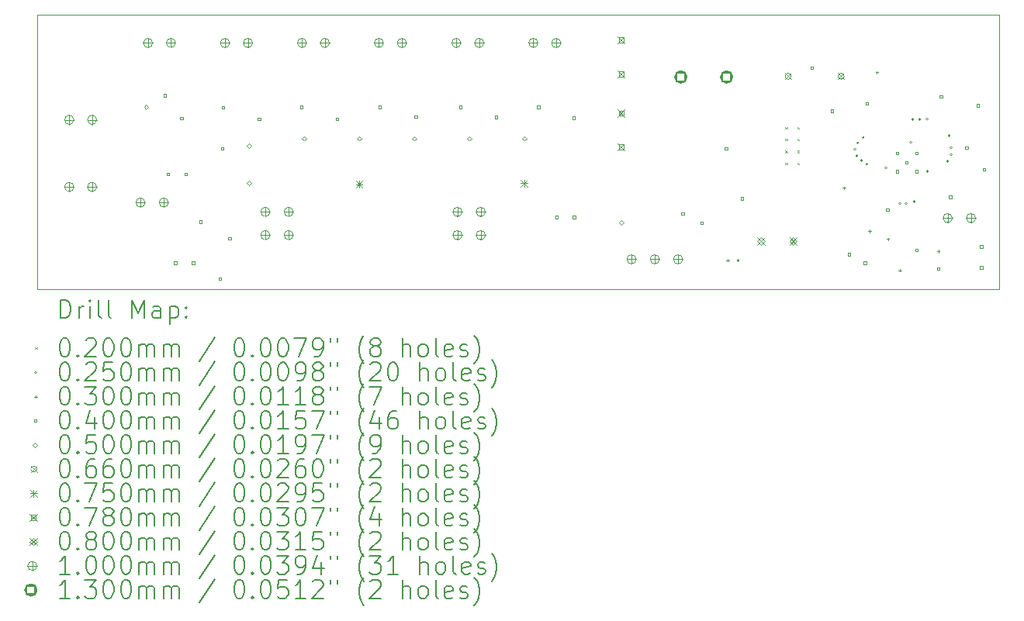
<source format=gbr>
%TF.GenerationSoftware,KiCad,Pcbnew,(6.0.10)*%
%TF.CreationDate,2022-12-24T21:06:39-06:00*%
%TF.ProjectId,better-klipper-expander,62657474-6572-42d6-9b6c-69707065722d,V1*%
%TF.SameCoordinates,Original*%
%TF.FileFunction,Drillmap*%
%TF.FilePolarity,Positive*%
%FSLAX45Y45*%
G04 Gerber Fmt 4.5, Leading zero omitted, Abs format (unit mm)*
G04 Created by KiCad (PCBNEW (6.0.10)) date 2022-12-24 21:06:39*
%MOMM*%
%LPD*%
G01*
G04 APERTURE LIST*
%ADD10C,0.050000*%
%ADD11C,0.200000*%
%ADD12C,0.020000*%
%ADD13C,0.025000*%
%ADD14C,0.030000*%
%ADD15C,0.040000*%
%ADD16C,0.066040*%
%ADD17C,0.075000*%
%ADD18C,0.078000*%
%ADD19C,0.080000*%
%ADD20C,0.100000*%
%ADD21C,0.130000*%
G04 APERTURE END LIST*
D10*
X8804500Y-7749500D02*
X8804500Y-10749500D01*
X19304500Y-7750000D02*
X8804500Y-7749500D01*
X8804500Y-10749500D02*
X19304500Y-10749500D01*
X19304500Y-10749500D02*
X19304500Y-7749500D01*
D11*
D12*
X16969000Y-8975000D02*
X16989000Y-8995000D01*
X16989000Y-8975000D02*
X16969000Y-8995000D01*
X16969000Y-9105000D02*
X16989000Y-9125000D01*
X16989000Y-9105000D02*
X16969000Y-9125000D01*
X16969000Y-9235000D02*
X16989000Y-9255000D01*
X16989000Y-9235000D02*
X16969000Y-9255000D01*
X16969000Y-9365000D02*
X16989000Y-9385000D01*
X16989000Y-9365000D02*
X16969000Y-9385000D01*
X17099000Y-8975000D02*
X17119000Y-8995000D01*
X17119000Y-8975000D02*
X17099000Y-8995000D01*
X17099000Y-9105000D02*
X17119000Y-9125000D01*
X17119000Y-9105000D02*
X17099000Y-9125000D01*
X17099000Y-9235000D02*
X17119000Y-9255000D01*
X17119000Y-9235000D02*
X17099000Y-9255000D01*
X17099000Y-9365000D02*
X17119000Y-9385000D01*
X17119000Y-9365000D02*
X17099000Y-9385000D01*
D13*
X16467557Y-10434943D02*
G75*
G03*
X16467557Y-10434943I-12500J0D01*
G01*
X17742500Y-9220000D02*
G75*
G03*
X17742500Y-9220000I-12500J0D01*
G01*
X17762500Y-9290000D02*
G75*
G03*
X17762500Y-9290000I-12500J0D01*
G01*
X17772500Y-9150000D02*
G75*
G03*
X17772500Y-9150000I-12500J0D01*
G01*
X17812500Y-9340000D02*
G75*
G03*
X17812500Y-9340000I-12500J0D01*
G01*
X17832500Y-9090000D02*
G75*
G03*
X17832500Y-9090000I-12500J0D01*
G01*
X17872500Y-9380000D02*
G75*
G03*
X17872500Y-9380000I-12500J0D01*
G01*
X18082500Y-9420000D02*
G75*
G03*
X18082500Y-9420000I-12500J0D01*
G01*
X18232500Y-9810000D02*
G75*
G03*
X18232500Y-9810000I-12500J0D01*
G01*
X18302500Y-9810000D02*
G75*
G03*
X18302500Y-9810000I-12500J0D01*
G01*
X18352500Y-9140000D02*
G75*
G03*
X18352500Y-9140000I-12500J0D01*
G01*
X18374588Y-8892088D02*
G75*
G03*
X18374588Y-8892088I-12500J0D01*
G01*
X18392238Y-9791105D02*
G75*
G03*
X18392238Y-9791105I-12500J0D01*
G01*
X18450152Y-8894049D02*
G75*
G03*
X18450152Y-8894049I-12500J0D01*
G01*
X18532410Y-8889218D02*
G75*
G03*
X18532410Y-8889218I-12500J0D01*
G01*
X18532500Y-9460000D02*
G75*
G03*
X18532500Y-9460000I-12500J0D01*
G01*
X18752500Y-9350000D02*
G75*
G03*
X18752500Y-9350000I-12500J0D01*
G01*
X18772500Y-9070000D02*
G75*
G03*
X18772500Y-9070000I-12500J0D01*
G01*
X18792500Y-9200000D02*
G75*
G03*
X18792500Y-9200000I-12500J0D01*
G01*
X18792500Y-9280000D02*
G75*
G03*
X18792500Y-9280000I-12500J0D01*
G01*
D14*
X16340000Y-10415000D02*
X16340000Y-10445000D01*
X16325000Y-10430000D02*
X16355000Y-10430000D01*
X17610000Y-9625000D02*
X17610000Y-9655000D01*
X17595000Y-9640000D02*
X17625000Y-9640000D01*
X17890000Y-10095000D02*
X17890000Y-10125000D01*
X17875000Y-10110000D02*
X17905000Y-10110000D01*
X17970000Y-8364950D02*
X17970000Y-8394950D01*
X17955000Y-8379950D02*
X17985000Y-8379950D01*
X18090000Y-10185000D02*
X18090000Y-10215000D01*
X18075000Y-10200000D02*
X18105000Y-10200000D01*
X18220000Y-10525000D02*
X18220000Y-10555000D01*
X18205000Y-10540000D02*
X18235000Y-10540000D01*
X18640000Y-10315000D02*
X18640000Y-10345000D01*
X18625000Y-10330000D02*
X18655000Y-10330000D01*
D15*
X10214142Y-8644142D02*
X10214142Y-8615858D01*
X10185858Y-8615858D01*
X10185858Y-8644142D01*
X10214142Y-8644142D01*
X10245402Y-9502882D02*
X10245402Y-9474598D01*
X10217118Y-9474598D01*
X10217118Y-9502882D01*
X10245402Y-9502882D01*
X10326652Y-10472882D02*
X10326652Y-10444598D01*
X10298368Y-10444598D01*
X10298368Y-10472882D01*
X10326652Y-10472882D01*
X10395392Y-8895392D02*
X10395392Y-8867108D01*
X10367108Y-8867108D01*
X10367108Y-8895392D01*
X10395392Y-8895392D01*
X10439142Y-9504142D02*
X10439142Y-9475858D01*
X10410858Y-9475858D01*
X10410858Y-9504142D01*
X10439142Y-9504142D01*
X10520392Y-10474142D02*
X10520392Y-10445858D01*
X10492108Y-10445858D01*
X10492108Y-10474142D01*
X10520392Y-10474142D01*
X10604142Y-10024142D02*
X10604142Y-9995858D01*
X10575858Y-9995858D01*
X10575858Y-10024142D01*
X10604142Y-10024142D01*
X10814142Y-10644142D02*
X10814142Y-10615858D01*
X10785858Y-10615858D01*
X10785858Y-10644142D01*
X10814142Y-10644142D01*
X10837892Y-9224142D02*
X10837892Y-9195858D01*
X10809608Y-9195858D01*
X10809608Y-9224142D01*
X10837892Y-9224142D01*
X10850392Y-8772892D02*
X10850392Y-8744608D01*
X10822108Y-8744608D01*
X10822108Y-8772892D01*
X10850392Y-8772892D01*
X10919142Y-10207892D02*
X10919142Y-10179608D01*
X10890858Y-10179608D01*
X10890858Y-10207892D01*
X10919142Y-10207892D01*
X11240392Y-8904142D02*
X11240392Y-8875858D01*
X11212108Y-8875858D01*
X11212108Y-8904142D01*
X11240392Y-8904142D01*
X11700392Y-8772433D02*
X11700392Y-8744148D01*
X11672108Y-8744148D01*
X11672108Y-8772433D01*
X11700392Y-8772433D01*
X12090392Y-8904142D02*
X12090392Y-8875858D01*
X12062108Y-8875858D01*
X12062108Y-8904142D01*
X12090392Y-8904142D01*
X12560392Y-8771277D02*
X12560392Y-8742993D01*
X12532108Y-8742993D01*
X12532108Y-8771277D01*
X12560392Y-8771277D01*
X12950392Y-8874142D02*
X12950392Y-8845858D01*
X12922108Y-8845858D01*
X12922108Y-8874142D01*
X12950392Y-8874142D01*
X13440392Y-8771277D02*
X13440392Y-8742993D01*
X13412108Y-8742993D01*
X13412108Y-8771277D01*
X13440392Y-8771277D01*
X13825392Y-8880392D02*
X13825392Y-8852108D01*
X13797108Y-8852108D01*
X13797108Y-8880392D01*
X13825392Y-8880392D01*
X14290392Y-8771277D02*
X14290392Y-8742993D01*
X14262108Y-8742993D01*
X14262108Y-8771277D01*
X14290392Y-8771277D01*
X14490392Y-9974142D02*
X14490392Y-9945858D01*
X14462108Y-9945858D01*
X14462108Y-9974142D01*
X14490392Y-9974142D01*
X14675392Y-8890392D02*
X14675392Y-8862108D01*
X14647108Y-8862108D01*
X14647108Y-8890392D01*
X14675392Y-8890392D01*
X14677892Y-9974142D02*
X14677892Y-9945858D01*
X14649608Y-9945858D01*
X14649608Y-9974142D01*
X14677892Y-9974142D01*
X15864142Y-9934142D02*
X15864142Y-9905858D01*
X15835858Y-9905858D01*
X15835858Y-9934142D01*
X15864142Y-9934142D01*
X16074142Y-10034142D02*
X16074142Y-10005858D01*
X16045858Y-10005858D01*
X16045858Y-10034142D01*
X16074142Y-10034142D01*
X16338642Y-9223642D02*
X16338642Y-9195358D01*
X16310358Y-9195358D01*
X16310358Y-9223642D01*
X16338642Y-9223642D01*
X16514142Y-9769142D02*
X16514142Y-9740858D01*
X16485858Y-9740858D01*
X16485858Y-9769142D01*
X16514142Y-9769142D01*
X17274142Y-8344142D02*
X17274142Y-8315858D01*
X17245858Y-8315858D01*
X17245858Y-8344142D01*
X17274142Y-8344142D01*
X17494142Y-8814142D02*
X17494142Y-8785858D01*
X17465858Y-8785858D01*
X17465858Y-8814142D01*
X17494142Y-8814142D01*
X17679142Y-10379142D02*
X17679142Y-10350858D01*
X17650858Y-10350858D01*
X17650858Y-10379142D01*
X17679142Y-10379142D01*
X17854142Y-10474142D02*
X17854142Y-10445858D01*
X17825858Y-10445858D01*
X17825858Y-10474142D01*
X17854142Y-10474142D01*
X17874142Y-8734142D02*
X17874142Y-8705858D01*
X17845858Y-8705858D01*
X17845858Y-8734142D01*
X17874142Y-8734142D01*
X18099142Y-9894142D02*
X18099142Y-9865858D01*
X18070858Y-9865858D01*
X18070858Y-9894142D01*
X18099142Y-9894142D01*
X18205892Y-9274642D02*
X18205892Y-9246358D01*
X18177608Y-9246358D01*
X18177608Y-9274642D01*
X18205892Y-9274642D01*
X18205892Y-9474642D02*
X18205892Y-9446358D01*
X18177608Y-9446358D01*
X18177608Y-9474642D01*
X18205892Y-9474642D01*
X18305892Y-9374142D02*
X18305892Y-9345858D01*
X18277608Y-9345858D01*
X18277608Y-9374142D01*
X18305892Y-9374142D01*
X18414142Y-10334142D02*
X18414142Y-10305858D01*
X18385858Y-10305858D01*
X18385858Y-10334142D01*
X18414142Y-10334142D01*
X18415892Y-9274642D02*
X18415892Y-9246358D01*
X18387608Y-9246358D01*
X18387608Y-9274642D01*
X18415892Y-9274642D01*
X18415892Y-9474642D02*
X18415892Y-9446358D01*
X18387608Y-9446358D01*
X18387608Y-9474642D01*
X18415892Y-9474642D01*
X18654142Y-10534142D02*
X18654142Y-10505858D01*
X18625858Y-10505858D01*
X18625858Y-10534142D01*
X18654142Y-10534142D01*
X18684142Y-8654142D02*
X18684142Y-8625858D01*
X18655858Y-8625858D01*
X18655858Y-8654142D01*
X18684142Y-8654142D01*
X18784142Y-9754142D02*
X18784142Y-9725858D01*
X18755858Y-9725858D01*
X18755858Y-9754142D01*
X18784142Y-9754142D01*
X18964142Y-9214142D02*
X18964142Y-9185858D01*
X18935858Y-9185858D01*
X18935858Y-9214142D01*
X18964142Y-9214142D01*
X19084142Y-8754142D02*
X19084142Y-8725858D01*
X19055858Y-8725858D01*
X19055858Y-8754142D01*
X19084142Y-8754142D01*
X19124142Y-10294142D02*
X19124142Y-10265858D01*
X19095858Y-10265858D01*
X19095858Y-10294142D01*
X19124142Y-10294142D01*
X19124142Y-10524142D02*
X19124142Y-10495858D01*
X19095858Y-10495858D01*
X19095858Y-10524142D01*
X19124142Y-10524142D01*
X19154142Y-9454142D02*
X19154142Y-9425858D01*
X19125858Y-9425858D01*
X19125858Y-9454142D01*
X19154142Y-9454142D01*
D10*
X9995000Y-8780000D02*
X10020000Y-8755000D01*
X9995000Y-8730000D01*
X9970000Y-8755000D01*
X9995000Y-8780000D01*
X11120000Y-9205000D02*
X11145000Y-9180000D01*
X11120000Y-9155000D01*
X11095000Y-9180000D01*
X11120000Y-9205000D01*
X11120000Y-9615000D02*
X11145000Y-9590000D01*
X11120000Y-9565000D01*
X11095000Y-9590000D01*
X11120000Y-9615000D01*
X11720000Y-9125000D02*
X11745000Y-9100000D01*
X11720000Y-9075000D01*
X11695000Y-9100000D01*
X11720000Y-9125000D01*
X12320000Y-9125000D02*
X12345000Y-9100000D01*
X12320000Y-9075000D01*
X12295000Y-9100000D01*
X12320000Y-9125000D01*
X12920000Y-9125000D02*
X12945000Y-9100000D01*
X12920000Y-9075000D01*
X12895000Y-9100000D01*
X12920000Y-9125000D01*
X13520000Y-9125000D02*
X13545000Y-9100000D01*
X13520000Y-9075000D01*
X13495000Y-9100000D01*
X13520000Y-9125000D01*
X14120000Y-9125000D02*
X14145000Y-9100000D01*
X14120000Y-9075000D01*
X14095000Y-9100000D01*
X14120000Y-9125000D01*
X15180000Y-10045000D02*
X15205000Y-10020000D01*
X15180000Y-9995000D01*
X15155000Y-10020000D01*
X15180000Y-10045000D01*
D16*
X16967980Y-8388060D02*
X17034020Y-8454100D01*
X17034020Y-8388060D02*
X16967980Y-8454100D01*
X17034020Y-8421080D02*
G75*
G03*
X17034020Y-8421080I-33020J0D01*
G01*
X17545980Y-8388060D02*
X17612020Y-8454100D01*
X17612020Y-8388060D02*
X17545980Y-8454100D01*
X17612020Y-8421080D02*
G75*
G03*
X17612020Y-8421080I-33020J0D01*
G01*
D17*
X12282500Y-9562500D02*
X12357500Y-9637500D01*
X12357500Y-9562500D02*
X12282500Y-9637500D01*
X12320000Y-9562500D02*
X12320000Y-9637500D01*
X12282500Y-9600000D02*
X12357500Y-9600000D01*
X14082500Y-9552500D02*
X14157500Y-9627500D01*
X14157500Y-9552500D02*
X14082500Y-9627500D01*
X14120000Y-9552500D02*
X14120000Y-9627500D01*
X14082500Y-9590000D02*
X14157500Y-9590000D01*
D18*
X15141000Y-7986000D02*
X15219000Y-8064000D01*
X15219000Y-7986000D02*
X15141000Y-8064000D01*
X15207577Y-8052577D02*
X15207577Y-7997423D01*
X15152423Y-7997423D01*
X15152423Y-8052577D01*
X15207577Y-8052577D01*
X15141000Y-8356000D02*
X15219000Y-8434000D01*
X15219000Y-8356000D02*
X15141000Y-8434000D01*
X15207577Y-8422577D02*
X15207577Y-8367423D01*
X15152423Y-8367423D01*
X15152423Y-8422577D01*
X15207577Y-8422577D01*
X15141000Y-8786000D02*
X15219000Y-8864000D01*
X15219000Y-8786000D02*
X15141000Y-8864000D01*
X15207577Y-8852577D02*
X15207577Y-8797423D01*
X15152423Y-8797423D01*
X15152423Y-8852577D01*
X15207577Y-8852577D01*
X15141000Y-9156000D02*
X15219000Y-9234000D01*
X15219000Y-9156000D02*
X15141000Y-9234000D01*
X15207577Y-9222577D02*
X15207577Y-9167423D01*
X15152423Y-9167423D01*
X15152423Y-9222577D01*
X15207577Y-9222577D01*
D19*
X16664735Y-10180000D02*
X16744735Y-10260000D01*
X16744735Y-10180000D02*
X16664735Y-10260000D01*
X16704735Y-10260000D02*
X16744735Y-10220000D01*
X16704735Y-10180000D01*
X16664735Y-10220000D01*
X16704735Y-10260000D01*
X17014735Y-10180000D02*
X17094735Y-10260000D01*
X17094735Y-10180000D02*
X17014735Y-10260000D01*
X17054735Y-10260000D02*
X17094735Y-10220000D01*
X17054735Y-10180000D01*
X17014735Y-10220000D01*
X17054735Y-10260000D01*
D20*
X9154500Y-8847500D02*
X9154500Y-8947500D01*
X9104500Y-8897500D02*
X9204500Y-8897500D01*
X9204500Y-8897500D02*
G75*
G03*
X9204500Y-8897500I-50000J0D01*
G01*
X9154500Y-9579500D02*
X9154500Y-9679500D01*
X9104500Y-9629500D02*
X9204500Y-9629500D01*
X9204500Y-9629500D02*
G75*
G03*
X9204500Y-9629500I-50000J0D01*
G01*
X9404500Y-8847500D02*
X9404500Y-8947500D01*
X9354500Y-8897500D02*
X9454500Y-8897500D01*
X9454500Y-8897500D02*
G75*
G03*
X9454500Y-8897500I-50000J0D01*
G01*
X9404500Y-9579500D02*
X9404500Y-9679500D01*
X9354500Y-9629500D02*
X9454500Y-9629500D01*
X9454500Y-9629500D02*
G75*
G03*
X9454500Y-9629500I-50000J0D01*
G01*
X9932500Y-9750000D02*
X9932500Y-9850000D01*
X9882500Y-9800000D02*
X9982500Y-9800000D01*
X9982500Y-9800000D02*
G75*
G03*
X9982500Y-9800000I-50000J0D01*
G01*
X10015000Y-8007500D02*
X10015000Y-8107500D01*
X9965000Y-8057500D02*
X10065000Y-8057500D01*
X10065000Y-8057500D02*
G75*
G03*
X10065000Y-8057500I-50000J0D01*
G01*
X10186500Y-9750000D02*
X10186500Y-9850000D01*
X10136500Y-9800000D02*
X10236500Y-9800000D01*
X10236500Y-9800000D02*
G75*
G03*
X10236500Y-9800000I-50000J0D01*
G01*
X10265000Y-8007500D02*
X10265000Y-8107500D01*
X10215000Y-8057500D02*
X10315000Y-8057500D01*
X10315000Y-8057500D02*
G75*
G03*
X10315000Y-8057500I-50000J0D01*
G01*
X10855000Y-8007500D02*
X10855000Y-8107500D01*
X10805000Y-8057500D02*
X10905000Y-8057500D01*
X10905000Y-8057500D02*
G75*
G03*
X10905000Y-8057500I-50000J0D01*
G01*
X11105000Y-8007500D02*
X11105000Y-8107500D01*
X11055000Y-8057500D02*
X11155000Y-8057500D01*
X11155000Y-8057500D02*
G75*
G03*
X11155000Y-8057500I-50000J0D01*
G01*
X11296000Y-9852500D02*
X11296000Y-9952500D01*
X11246000Y-9902500D02*
X11346000Y-9902500D01*
X11346000Y-9902500D02*
G75*
G03*
X11346000Y-9902500I-50000J0D01*
G01*
X11296000Y-10106500D02*
X11296000Y-10206500D01*
X11246000Y-10156500D02*
X11346000Y-10156500D01*
X11346000Y-10156500D02*
G75*
G03*
X11346000Y-10156500I-50000J0D01*
G01*
X11550000Y-9852500D02*
X11550000Y-9952500D01*
X11500000Y-9902500D02*
X11600000Y-9902500D01*
X11600000Y-9902500D02*
G75*
G03*
X11600000Y-9902500I-50000J0D01*
G01*
X11550000Y-10106500D02*
X11550000Y-10206500D01*
X11500000Y-10156500D02*
X11600000Y-10156500D01*
X11600000Y-10156500D02*
G75*
G03*
X11600000Y-10156500I-50000J0D01*
G01*
X11695000Y-8007500D02*
X11695000Y-8107500D01*
X11645000Y-8057500D02*
X11745000Y-8057500D01*
X11745000Y-8057500D02*
G75*
G03*
X11745000Y-8057500I-50000J0D01*
G01*
X11945000Y-8007500D02*
X11945000Y-8107500D01*
X11895000Y-8057500D02*
X11995000Y-8057500D01*
X11995000Y-8057500D02*
G75*
G03*
X11995000Y-8057500I-50000J0D01*
G01*
X12535000Y-8007500D02*
X12535000Y-8107500D01*
X12485000Y-8057500D02*
X12585000Y-8057500D01*
X12585000Y-8057500D02*
G75*
G03*
X12585000Y-8057500I-50000J0D01*
G01*
X12785000Y-8007500D02*
X12785000Y-8107500D01*
X12735000Y-8057500D02*
X12835000Y-8057500D01*
X12835000Y-8057500D02*
G75*
G03*
X12835000Y-8057500I-50000J0D01*
G01*
X13380000Y-8007500D02*
X13380000Y-8107500D01*
X13330000Y-8057500D02*
X13430000Y-8057500D01*
X13430000Y-8057500D02*
G75*
G03*
X13430000Y-8057500I-50000J0D01*
G01*
X13392500Y-9852500D02*
X13392500Y-9952500D01*
X13342500Y-9902500D02*
X13442500Y-9902500D01*
X13442500Y-9902500D02*
G75*
G03*
X13442500Y-9902500I-50000J0D01*
G01*
X13392500Y-10106500D02*
X13392500Y-10206500D01*
X13342500Y-10156500D02*
X13442500Y-10156500D01*
X13442500Y-10156500D02*
G75*
G03*
X13442500Y-10156500I-50000J0D01*
G01*
X13630000Y-8007500D02*
X13630000Y-8107500D01*
X13580000Y-8057500D02*
X13680000Y-8057500D01*
X13680000Y-8057500D02*
G75*
G03*
X13680000Y-8057500I-50000J0D01*
G01*
X13646500Y-9852500D02*
X13646500Y-9952500D01*
X13596500Y-9902500D02*
X13696500Y-9902500D01*
X13696500Y-9902500D02*
G75*
G03*
X13696500Y-9902500I-50000J0D01*
G01*
X13646500Y-10106500D02*
X13646500Y-10206500D01*
X13596500Y-10156500D02*
X13696500Y-10156500D01*
X13696500Y-10156500D02*
G75*
G03*
X13696500Y-10156500I-50000J0D01*
G01*
X14220000Y-8007500D02*
X14220000Y-8107500D01*
X14170000Y-8057500D02*
X14270000Y-8057500D01*
X14270000Y-8057500D02*
G75*
G03*
X14270000Y-8057500I-50000J0D01*
G01*
X14470000Y-8007500D02*
X14470000Y-8107500D01*
X14420000Y-8057500D02*
X14520000Y-8057500D01*
X14520000Y-8057500D02*
G75*
G03*
X14520000Y-8057500I-50000J0D01*
G01*
X15292000Y-10370000D02*
X15292000Y-10470000D01*
X15242000Y-10420000D02*
X15342000Y-10420000D01*
X15342000Y-10420000D02*
G75*
G03*
X15342000Y-10420000I-50000J0D01*
G01*
X15546000Y-10370000D02*
X15546000Y-10470000D01*
X15496000Y-10420000D02*
X15596000Y-10420000D01*
X15596000Y-10420000D02*
G75*
G03*
X15596000Y-10420000I-50000J0D01*
G01*
X15800000Y-10370000D02*
X15800000Y-10470000D01*
X15750000Y-10420000D02*
X15850000Y-10420000D01*
X15850000Y-10420000D02*
G75*
G03*
X15850000Y-10420000I-50000J0D01*
G01*
X18742500Y-9920000D02*
X18742500Y-10020000D01*
X18692500Y-9970000D02*
X18792500Y-9970000D01*
X18792500Y-9970000D02*
G75*
G03*
X18792500Y-9970000I-50000J0D01*
G01*
X18996500Y-9920000D02*
X18996500Y-10020000D01*
X18946500Y-9970000D02*
X19046500Y-9970000D01*
X19046500Y-9970000D02*
G75*
G03*
X19046500Y-9970000I-50000J0D01*
G01*
D21*
X15875962Y-8475462D02*
X15875962Y-8383538D01*
X15784038Y-8383538D01*
X15784038Y-8475462D01*
X15875962Y-8475462D01*
X15895000Y-8429500D02*
G75*
G03*
X15895000Y-8429500I-65000J0D01*
G01*
X16375962Y-8475462D02*
X16375962Y-8383538D01*
X16284038Y-8383538D01*
X16284038Y-8475462D01*
X16375962Y-8475462D01*
X16395000Y-8429500D02*
G75*
G03*
X16395000Y-8429500I-65000J0D01*
G01*
D11*
X9059619Y-11062476D02*
X9059619Y-10862476D01*
X9107238Y-10862476D01*
X9135810Y-10872000D01*
X9154857Y-10891048D01*
X9164381Y-10910095D01*
X9173905Y-10948190D01*
X9173905Y-10976762D01*
X9164381Y-11014857D01*
X9154857Y-11033905D01*
X9135810Y-11052952D01*
X9107238Y-11062476D01*
X9059619Y-11062476D01*
X9259619Y-11062476D02*
X9259619Y-10929143D01*
X9259619Y-10967238D02*
X9269143Y-10948190D01*
X9278667Y-10938667D01*
X9297714Y-10929143D01*
X9316762Y-10929143D01*
X9383429Y-11062476D02*
X9383429Y-10929143D01*
X9383429Y-10862476D02*
X9373905Y-10872000D01*
X9383429Y-10881524D01*
X9392952Y-10872000D01*
X9383429Y-10862476D01*
X9383429Y-10881524D01*
X9507238Y-11062476D02*
X9488190Y-11052952D01*
X9478667Y-11033905D01*
X9478667Y-10862476D01*
X9612000Y-11062476D02*
X9592952Y-11052952D01*
X9583429Y-11033905D01*
X9583429Y-10862476D01*
X9840571Y-11062476D02*
X9840571Y-10862476D01*
X9907238Y-11005333D01*
X9973905Y-10862476D01*
X9973905Y-11062476D01*
X10154857Y-11062476D02*
X10154857Y-10957714D01*
X10145333Y-10938667D01*
X10126286Y-10929143D01*
X10088190Y-10929143D01*
X10069143Y-10938667D01*
X10154857Y-11052952D02*
X10135810Y-11062476D01*
X10088190Y-11062476D01*
X10069143Y-11052952D01*
X10059619Y-11033905D01*
X10059619Y-11014857D01*
X10069143Y-10995810D01*
X10088190Y-10986286D01*
X10135810Y-10986286D01*
X10154857Y-10976762D01*
X10250095Y-10929143D02*
X10250095Y-11129143D01*
X10250095Y-10938667D02*
X10269143Y-10929143D01*
X10307238Y-10929143D01*
X10326286Y-10938667D01*
X10335810Y-10948190D01*
X10345333Y-10967238D01*
X10345333Y-11024381D01*
X10335810Y-11043429D01*
X10326286Y-11052952D01*
X10307238Y-11062476D01*
X10269143Y-11062476D01*
X10250095Y-11052952D01*
X10431048Y-11043429D02*
X10440571Y-11052952D01*
X10431048Y-11062476D01*
X10421524Y-11052952D01*
X10431048Y-11043429D01*
X10431048Y-11062476D01*
X10431048Y-10938667D02*
X10440571Y-10948190D01*
X10431048Y-10957714D01*
X10421524Y-10948190D01*
X10431048Y-10938667D01*
X10431048Y-10957714D01*
D12*
X8782000Y-11382000D02*
X8802000Y-11402000D01*
X8802000Y-11382000D02*
X8782000Y-11402000D01*
D11*
X9097714Y-11282476D02*
X9116762Y-11282476D01*
X9135810Y-11292000D01*
X9145333Y-11301524D01*
X9154857Y-11320571D01*
X9164381Y-11358667D01*
X9164381Y-11406286D01*
X9154857Y-11444381D01*
X9145333Y-11463428D01*
X9135810Y-11472952D01*
X9116762Y-11482476D01*
X9097714Y-11482476D01*
X9078667Y-11472952D01*
X9069143Y-11463428D01*
X9059619Y-11444381D01*
X9050095Y-11406286D01*
X9050095Y-11358667D01*
X9059619Y-11320571D01*
X9069143Y-11301524D01*
X9078667Y-11292000D01*
X9097714Y-11282476D01*
X9250095Y-11463428D02*
X9259619Y-11472952D01*
X9250095Y-11482476D01*
X9240571Y-11472952D01*
X9250095Y-11463428D01*
X9250095Y-11482476D01*
X9335810Y-11301524D02*
X9345333Y-11292000D01*
X9364381Y-11282476D01*
X9412000Y-11282476D01*
X9431048Y-11292000D01*
X9440571Y-11301524D01*
X9450095Y-11320571D01*
X9450095Y-11339619D01*
X9440571Y-11368190D01*
X9326286Y-11482476D01*
X9450095Y-11482476D01*
X9573905Y-11282476D02*
X9592952Y-11282476D01*
X9612000Y-11292000D01*
X9621524Y-11301524D01*
X9631048Y-11320571D01*
X9640571Y-11358667D01*
X9640571Y-11406286D01*
X9631048Y-11444381D01*
X9621524Y-11463428D01*
X9612000Y-11472952D01*
X9592952Y-11482476D01*
X9573905Y-11482476D01*
X9554857Y-11472952D01*
X9545333Y-11463428D01*
X9535810Y-11444381D01*
X9526286Y-11406286D01*
X9526286Y-11358667D01*
X9535810Y-11320571D01*
X9545333Y-11301524D01*
X9554857Y-11292000D01*
X9573905Y-11282476D01*
X9764381Y-11282476D02*
X9783429Y-11282476D01*
X9802476Y-11292000D01*
X9812000Y-11301524D01*
X9821524Y-11320571D01*
X9831048Y-11358667D01*
X9831048Y-11406286D01*
X9821524Y-11444381D01*
X9812000Y-11463428D01*
X9802476Y-11472952D01*
X9783429Y-11482476D01*
X9764381Y-11482476D01*
X9745333Y-11472952D01*
X9735810Y-11463428D01*
X9726286Y-11444381D01*
X9716762Y-11406286D01*
X9716762Y-11358667D01*
X9726286Y-11320571D01*
X9735810Y-11301524D01*
X9745333Y-11292000D01*
X9764381Y-11282476D01*
X9916762Y-11482476D02*
X9916762Y-11349143D01*
X9916762Y-11368190D02*
X9926286Y-11358667D01*
X9945333Y-11349143D01*
X9973905Y-11349143D01*
X9992952Y-11358667D01*
X10002476Y-11377714D01*
X10002476Y-11482476D01*
X10002476Y-11377714D02*
X10012000Y-11358667D01*
X10031048Y-11349143D01*
X10059619Y-11349143D01*
X10078667Y-11358667D01*
X10088190Y-11377714D01*
X10088190Y-11482476D01*
X10183429Y-11482476D02*
X10183429Y-11349143D01*
X10183429Y-11368190D02*
X10192952Y-11358667D01*
X10212000Y-11349143D01*
X10240571Y-11349143D01*
X10259619Y-11358667D01*
X10269143Y-11377714D01*
X10269143Y-11482476D01*
X10269143Y-11377714D02*
X10278667Y-11358667D01*
X10297714Y-11349143D01*
X10326286Y-11349143D01*
X10345333Y-11358667D01*
X10354857Y-11377714D01*
X10354857Y-11482476D01*
X10745333Y-11272952D02*
X10573905Y-11530095D01*
X11002476Y-11282476D02*
X11021524Y-11282476D01*
X11040571Y-11292000D01*
X11050095Y-11301524D01*
X11059619Y-11320571D01*
X11069143Y-11358667D01*
X11069143Y-11406286D01*
X11059619Y-11444381D01*
X11050095Y-11463428D01*
X11040571Y-11472952D01*
X11021524Y-11482476D01*
X11002476Y-11482476D01*
X10983429Y-11472952D01*
X10973905Y-11463428D01*
X10964381Y-11444381D01*
X10954857Y-11406286D01*
X10954857Y-11358667D01*
X10964381Y-11320571D01*
X10973905Y-11301524D01*
X10983429Y-11292000D01*
X11002476Y-11282476D01*
X11154857Y-11463428D02*
X11164381Y-11472952D01*
X11154857Y-11482476D01*
X11145333Y-11472952D01*
X11154857Y-11463428D01*
X11154857Y-11482476D01*
X11288190Y-11282476D02*
X11307238Y-11282476D01*
X11326286Y-11292000D01*
X11335809Y-11301524D01*
X11345333Y-11320571D01*
X11354857Y-11358667D01*
X11354857Y-11406286D01*
X11345333Y-11444381D01*
X11335809Y-11463428D01*
X11326286Y-11472952D01*
X11307238Y-11482476D01*
X11288190Y-11482476D01*
X11269143Y-11472952D01*
X11259619Y-11463428D01*
X11250095Y-11444381D01*
X11240571Y-11406286D01*
X11240571Y-11358667D01*
X11250095Y-11320571D01*
X11259619Y-11301524D01*
X11269143Y-11292000D01*
X11288190Y-11282476D01*
X11478667Y-11282476D02*
X11497714Y-11282476D01*
X11516762Y-11292000D01*
X11526286Y-11301524D01*
X11535809Y-11320571D01*
X11545333Y-11358667D01*
X11545333Y-11406286D01*
X11535809Y-11444381D01*
X11526286Y-11463428D01*
X11516762Y-11472952D01*
X11497714Y-11482476D01*
X11478667Y-11482476D01*
X11459619Y-11472952D01*
X11450095Y-11463428D01*
X11440571Y-11444381D01*
X11431048Y-11406286D01*
X11431048Y-11358667D01*
X11440571Y-11320571D01*
X11450095Y-11301524D01*
X11459619Y-11292000D01*
X11478667Y-11282476D01*
X11612000Y-11282476D02*
X11745333Y-11282476D01*
X11659619Y-11482476D01*
X11831048Y-11482476D02*
X11869143Y-11482476D01*
X11888190Y-11472952D01*
X11897714Y-11463428D01*
X11916762Y-11434857D01*
X11926286Y-11396762D01*
X11926286Y-11320571D01*
X11916762Y-11301524D01*
X11907238Y-11292000D01*
X11888190Y-11282476D01*
X11850095Y-11282476D01*
X11831048Y-11292000D01*
X11821524Y-11301524D01*
X11812000Y-11320571D01*
X11812000Y-11368190D01*
X11821524Y-11387238D01*
X11831048Y-11396762D01*
X11850095Y-11406286D01*
X11888190Y-11406286D01*
X11907238Y-11396762D01*
X11916762Y-11387238D01*
X11926286Y-11368190D01*
X12002476Y-11282476D02*
X12002476Y-11320571D01*
X12078667Y-11282476D02*
X12078667Y-11320571D01*
X12373905Y-11558667D02*
X12364381Y-11549143D01*
X12345333Y-11520571D01*
X12335809Y-11501524D01*
X12326286Y-11472952D01*
X12316762Y-11425333D01*
X12316762Y-11387238D01*
X12326286Y-11339619D01*
X12335809Y-11311048D01*
X12345333Y-11292000D01*
X12364381Y-11263428D01*
X12373905Y-11253905D01*
X12478667Y-11368190D02*
X12459619Y-11358667D01*
X12450095Y-11349143D01*
X12440571Y-11330095D01*
X12440571Y-11320571D01*
X12450095Y-11301524D01*
X12459619Y-11292000D01*
X12478667Y-11282476D01*
X12516762Y-11282476D01*
X12535809Y-11292000D01*
X12545333Y-11301524D01*
X12554857Y-11320571D01*
X12554857Y-11330095D01*
X12545333Y-11349143D01*
X12535809Y-11358667D01*
X12516762Y-11368190D01*
X12478667Y-11368190D01*
X12459619Y-11377714D01*
X12450095Y-11387238D01*
X12440571Y-11406286D01*
X12440571Y-11444381D01*
X12450095Y-11463428D01*
X12459619Y-11472952D01*
X12478667Y-11482476D01*
X12516762Y-11482476D01*
X12535809Y-11472952D01*
X12545333Y-11463428D01*
X12554857Y-11444381D01*
X12554857Y-11406286D01*
X12545333Y-11387238D01*
X12535809Y-11377714D01*
X12516762Y-11368190D01*
X12792952Y-11482476D02*
X12792952Y-11282476D01*
X12878667Y-11482476D02*
X12878667Y-11377714D01*
X12869143Y-11358667D01*
X12850095Y-11349143D01*
X12821524Y-11349143D01*
X12802476Y-11358667D01*
X12792952Y-11368190D01*
X13002476Y-11482476D02*
X12983428Y-11472952D01*
X12973905Y-11463428D01*
X12964381Y-11444381D01*
X12964381Y-11387238D01*
X12973905Y-11368190D01*
X12983428Y-11358667D01*
X13002476Y-11349143D01*
X13031048Y-11349143D01*
X13050095Y-11358667D01*
X13059619Y-11368190D01*
X13069143Y-11387238D01*
X13069143Y-11444381D01*
X13059619Y-11463428D01*
X13050095Y-11472952D01*
X13031048Y-11482476D01*
X13002476Y-11482476D01*
X13183428Y-11482476D02*
X13164381Y-11472952D01*
X13154857Y-11453905D01*
X13154857Y-11282476D01*
X13335809Y-11472952D02*
X13316762Y-11482476D01*
X13278667Y-11482476D01*
X13259619Y-11472952D01*
X13250095Y-11453905D01*
X13250095Y-11377714D01*
X13259619Y-11358667D01*
X13278667Y-11349143D01*
X13316762Y-11349143D01*
X13335809Y-11358667D01*
X13345333Y-11377714D01*
X13345333Y-11396762D01*
X13250095Y-11415809D01*
X13421524Y-11472952D02*
X13440571Y-11482476D01*
X13478667Y-11482476D01*
X13497714Y-11472952D01*
X13507238Y-11453905D01*
X13507238Y-11444381D01*
X13497714Y-11425333D01*
X13478667Y-11415809D01*
X13450095Y-11415809D01*
X13431048Y-11406286D01*
X13421524Y-11387238D01*
X13421524Y-11377714D01*
X13431048Y-11358667D01*
X13450095Y-11349143D01*
X13478667Y-11349143D01*
X13497714Y-11358667D01*
X13573905Y-11558667D02*
X13583428Y-11549143D01*
X13602476Y-11520571D01*
X13612000Y-11501524D01*
X13621524Y-11472952D01*
X13631048Y-11425333D01*
X13631048Y-11387238D01*
X13621524Y-11339619D01*
X13612000Y-11311048D01*
X13602476Y-11292000D01*
X13583428Y-11263428D01*
X13573905Y-11253905D01*
D13*
X8802000Y-11656000D02*
G75*
G03*
X8802000Y-11656000I-12500J0D01*
G01*
D11*
X9097714Y-11546476D02*
X9116762Y-11546476D01*
X9135810Y-11556000D01*
X9145333Y-11565524D01*
X9154857Y-11584571D01*
X9164381Y-11622667D01*
X9164381Y-11670286D01*
X9154857Y-11708381D01*
X9145333Y-11727428D01*
X9135810Y-11736952D01*
X9116762Y-11746476D01*
X9097714Y-11746476D01*
X9078667Y-11736952D01*
X9069143Y-11727428D01*
X9059619Y-11708381D01*
X9050095Y-11670286D01*
X9050095Y-11622667D01*
X9059619Y-11584571D01*
X9069143Y-11565524D01*
X9078667Y-11556000D01*
X9097714Y-11546476D01*
X9250095Y-11727428D02*
X9259619Y-11736952D01*
X9250095Y-11746476D01*
X9240571Y-11736952D01*
X9250095Y-11727428D01*
X9250095Y-11746476D01*
X9335810Y-11565524D02*
X9345333Y-11556000D01*
X9364381Y-11546476D01*
X9412000Y-11546476D01*
X9431048Y-11556000D01*
X9440571Y-11565524D01*
X9450095Y-11584571D01*
X9450095Y-11603619D01*
X9440571Y-11632190D01*
X9326286Y-11746476D01*
X9450095Y-11746476D01*
X9631048Y-11546476D02*
X9535810Y-11546476D01*
X9526286Y-11641714D01*
X9535810Y-11632190D01*
X9554857Y-11622667D01*
X9602476Y-11622667D01*
X9621524Y-11632190D01*
X9631048Y-11641714D01*
X9640571Y-11660762D01*
X9640571Y-11708381D01*
X9631048Y-11727428D01*
X9621524Y-11736952D01*
X9602476Y-11746476D01*
X9554857Y-11746476D01*
X9535810Y-11736952D01*
X9526286Y-11727428D01*
X9764381Y-11546476D02*
X9783429Y-11546476D01*
X9802476Y-11556000D01*
X9812000Y-11565524D01*
X9821524Y-11584571D01*
X9831048Y-11622667D01*
X9831048Y-11670286D01*
X9821524Y-11708381D01*
X9812000Y-11727428D01*
X9802476Y-11736952D01*
X9783429Y-11746476D01*
X9764381Y-11746476D01*
X9745333Y-11736952D01*
X9735810Y-11727428D01*
X9726286Y-11708381D01*
X9716762Y-11670286D01*
X9716762Y-11622667D01*
X9726286Y-11584571D01*
X9735810Y-11565524D01*
X9745333Y-11556000D01*
X9764381Y-11546476D01*
X9916762Y-11746476D02*
X9916762Y-11613143D01*
X9916762Y-11632190D02*
X9926286Y-11622667D01*
X9945333Y-11613143D01*
X9973905Y-11613143D01*
X9992952Y-11622667D01*
X10002476Y-11641714D01*
X10002476Y-11746476D01*
X10002476Y-11641714D02*
X10012000Y-11622667D01*
X10031048Y-11613143D01*
X10059619Y-11613143D01*
X10078667Y-11622667D01*
X10088190Y-11641714D01*
X10088190Y-11746476D01*
X10183429Y-11746476D02*
X10183429Y-11613143D01*
X10183429Y-11632190D02*
X10192952Y-11622667D01*
X10212000Y-11613143D01*
X10240571Y-11613143D01*
X10259619Y-11622667D01*
X10269143Y-11641714D01*
X10269143Y-11746476D01*
X10269143Y-11641714D02*
X10278667Y-11622667D01*
X10297714Y-11613143D01*
X10326286Y-11613143D01*
X10345333Y-11622667D01*
X10354857Y-11641714D01*
X10354857Y-11746476D01*
X10745333Y-11536952D02*
X10573905Y-11794095D01*
X11002476Y-11546476D02*
X11021524Y-11546476D01*
X11040571Y-11556000D01*
X11050095Y-11565524D01*
X11059619Y-11584571D01*
X11069143Y-11622667D01*
X11069143Y-11670286D01*
X11059619Y-11708381D01*
X11050095Y-11727428D01*
X11040571Y-11736952D01*
X11021524Y-11746476D01*
X11002476Y-11746476D01*
X10983429Y-11736952D01*
X10973905Y-11727428D01*
X10964381Y-11708381D01*
X10954857Y-11670286D01*
X10954857Y-11622667D01*
X10964381Y-11584571D01*
X10973905Y-11565524D01*
X10983429Y-11556000D01*
X11002476Y-11546476D01*
X11154857Y-11727428D02*
X11164381Y-11736952D01*
X11154857Y-11746476D01*
X11145333Y-11736952D01*
X11154857Y-11727428D01*
X11154857Y-11746476D01*
X11288190Y-11546476D02*
X11307238Y-11546476D01*
X11326286Y-11556000D01*
X11335809Y-11565524D01*
X11345333Y-11584571D01*
X11354857Y-11622667D01*
X11354857Y-11670286D01*
X11345333Y-11708381D01*
X11335809Y-11727428D01*
X11326286Y-11736952D01*
X11307238Y-11746476D01*
X11288190Y-11746476D01*
X11269143Y-11736952D01*
X11259619Y-11727428D01*
X11250095Y-11708381D01*
X11240571Y-11670286D01*
X11240571Y-11622667D01*
X11250095Y-11584571D01*
X11259619Y-11565524D01*
X11269143Y-11556000D01*
X11288190Y-11546476D01*
X11478667Y-11546476D02*
X11497714Y-11546476D01*
X11516762Y-11556000D01*
X11526286Y-11565524D01*
X11535809Y-11584571D01*
X11545333Y-11622667D01*
X11545333Y-11670286D01*
X11535809Y-11708381D01*
X11526286Y-11727428D01*
X11516762Y-11736952D01*
X11497714Y-11746476D01*
X11478667Y-11746476D01*
X11459619Y-11736952D01*
X11450095Y-11727428D01*
X11440571Y-11708381D01*
X11431048Y-11670286D01*
X11431048Y-11622667D01*
X11440571Y-11584571D01*
X11450095Y-11565524D01*
X11459619Y-11556000D01*
X11478667Y-11546476D01*
X11640571Y-11746476D02*
X11678667Y-11746476D01*
X11697714Y-11736952D01*
X11707238Y-11727428D01*
X11726286Y-11698857D01*
X11735809Y-11660762D01*
X11735809Y-11584571D01*
X11726286Y-11565524D01*
X11716762Y-11556000D01*
X11697714Y-11546476D01*
X11659619Y-11546476D01*
X11640571Y-11556000D01*
X11631048Y-11565524D01*
X11621524Y-11584571D01*
X11621524Y-11632190D01*
X11631048Y-11651238D01*
X11640571Y-11660762D01*
X11659619Y-11670286D01*
X11697714Y-11670286D01*
X11716762Y-11660762D01*
X11726286Y-11651238D01*
X11735809Y-11632190D01*
X11850095Y-11632190D02*
X11831048Y-11622667D01*
X11821524Y-11613143D01*
X11812000Y-11594095D01*
X11812000Y-11584571D01*
X11821524Y-11565524D01*
X11831048Y-11556000D01*
X11850095Y-11546476D01*
X11888190Y-11546476D01*
X11907238Y-11556000D01*
X11916762Y-11565524D01*
X11926286Y-11584571D01*
X11926286Y-11594095D01*
X11916762Y-11613143D01*
X11907238Y-11622667D01*
X11888190Y-11632190D01*
X11850095Y-11632190D01*
X11831048Y-11641714D01*
X11821524Y-11651238D01*
X11812000Y-11670286D01*
X11812000Y-11708381D01*
X11821524Y-11727428D01*
X11831048Y-11736952D01*
X11850095Y-11746476D01*
X11888190Y-11746476D01*
X11907238Y-11736952D01*
X11916762Y-11727428D01*
X11926286Y-11708381D01*
X11926286Y-11670286D01*
X11916762Y-11651238D01*
X11907238Y-11641714D01*
X11888190Y-11632190D01*
X12002476Y-11546476D02*
X12002476Y-11584571D01*
X12078667Y-11546476D02*
X12078667Y-11584571D01*
X12373905Y-11822667D02*
X12364381Y-11813143D01*
X12345333Y-11784571D01*
X12335809Y-11765524D01*
X12326286Y-11736952D01*
X12316762Y-11689333D01*
X12316762Y-11651238D01*
X12326286Y-11603619D01*
X12335809Y-11575048D01*
X12345333Y-11556000D01*
X12364381Y-11527428D01*
X12373905Y-11517905D01*
X12440571Y-11565524D02*
X12450095Y-11556000D01*
X12469143Y-11546476D01*
X12516762Y-11546476D01*
X12535809Y-11556000D01*
X12545333Y-11565524D01*
X12554857Y-11584571D01*
X12554857Y-11603619D01*
X12545333Y-11632190D01*
X12431048Y-11746476D01*
X12554857Y-11746476D01*
X12678667Y-11546476D02*
X12697714Y-11546476D01*
X12716762Y-11556000D01*
X12726286Y-11565524D01*
X12735809Y-11584571D01*
X12745333Y-11622667D01*
X12745333Y-11670286D01*
X12735809Y-11708381D01*
X12726286Y-11727428D01*
X12716762Y-11736952D01*
X12697714Y-11746476D01*
X12678667Y-11746476D01*
X12659619Y-11736952D01*
X12650095Y-11727428D01*
X12640571Y-11708381D01*
X12631048Y-11670286D01*
X12631048Y-11622667D01*
X12640571Y-11584571D01*
X12650095Y-11565524D01*
X12659619Y-11556000D01*
X12678667Y-11546476D01*
X12983428Y-11746476D02*
X12983428Y-11546476D01*
X13069143Y-11746476D02*
X13069143Y-11641714D01*
X13059619Y-11622667D01*
X13040571Y-11613143D01*
X13012000Y-11613143D01*
X12992952Y-11622667D01*
X12983428Y-11632190D01*
X13192952Y-11746476D02*
X13173905Y-11736952D01*
X13164381Y-11727428D01*
X13154857Y-11708381D01*
X13154857Y-11651238D01*
X13164381Y-11632190D01*
X13173905Y-11622667D01*
X13192952Y-11613143D01*
X13221524Y-11613143D01*
X13240571Y-11622667D01*
X13250095Y-11632190D01*
X13259619Y-11651238D01*
X13259619Y-11708381D01*
X13250095Y-11727428D01*
X13240571Y-11736952D01*
X13221524Y-11746476D01*
X13192952Y-11746476D01*
X13373905Y-11746476D02*
X13354857Y-11736952D01*
X13345333Y-11717905D01*
X13345333Y-11546476D01*
X13526286Y-11736952D02*
X13507238Y-11746476D01*
X13469143Y-11746476D01*
X13450095Y-11736952D01*
X13440571Y-11717905D01*
X13440571Y-11641714D01*
X13450095Y-11622667D01*
X13469143Y-11613143D01*
X13507238Y-11613143D01*
X13526286Y-11622667D01*
X13535809Y-11641714D01*
X13535809Y-11660762D01*
X13440571Y-11679809D01*
X13612000Y-11736952D02*
X13631048Y-11746476D01*
X13669143Y-11746476D01*
X13688190Y-11736952D01*
X13697714Y-11717905D01*
X13697714Y-11708381D01*
X13688190Y-11689333D01*
X13669143Y-11679809D01*
X13640571Y-11679809D01*
X13621524Y-11670286D01*
X13612000Y-11651238D01*
X13612000Y-11641714D01*
X13621524Y-11622667D01*
X13640571Y-11613143D01*
X13669143Y-11613143D01*
X13688190Y-11622667D01*
X13764381Y-11822667D02*
X13773905Y-11813143D01*
X13792952Y-11784571D01*
X13802476Y-11765524D01*
X13812000Y-11736952D01*
X13821524Y-11689333D01*
X13821524Y-11651238D01*
X13812000Y-11603619D01*
X13802476Y-11575048D01*
X13792952Y-11556000D01*
X13773905Y-11527428D01*
X13764381Y-11517905D01*
D14*
X8787000Y-11905000D02*
X8787000Y-11935000D01*
X8772000Y-11920000D02*
X8802000Y-11920000D01*
D11*
X9097714Y-11810476D02*
X9116762Y-11810476D01*
X9135810Y-11820000D01*
X9145333Y-11829524D01*
X9154857Y-11848571D01*
X9164381Y-11886667D01*
X9164381Y-11934286D01*
X9154857Y-11972381D01*
X9145333Y-11991428D01*
X9135810Y-12000952D01*
X9116762Y-12010476D01*
X9097714Y-12010476D01*
X9078667Y-12000952D01*
X9069143Y-11991428D01*
X9059619Y-11972381D01*
X9050095Y-11934286D01*
X9050095Y-11886667D01*
X9059619Y-11848571D01*
X9069143Y-11829524D01*
X9078667Y-11820000D01*
X9097714Y-11810476D01*
X9250095Y-11991428D02*
X9259619Y-12000952D01*
X9250095Y-12010476D01*
X9240571Y-12000952D01*
X9250095Y-11991428D01*
X9250095Y-12010476D01*
X9326286Y-11810476D02*
X9450095Y-11810476D01*
X9383429Y-11886667D01*
X9412000Y-11886667D01*
X9431048Y-11896190D01*
X9440571Y-11905714D01*
X9450095Y-11924762D01*
X9450095Y-11972381D01*
X9440571Y-11991428D01*
X9431048Y-12000952D01*
X9412000Y-12010476D01*
X9354857Y-12010476D01*
X9335810Y-12000952D01*
X9326286Y-11991428D01*
X9573905Y-11810476D02*
X9592952Y-11810476D01*
X9612000Y-11820000D01*
X9621524Y-11829524D01*
X9631048Y-11848571D01*
X9640571Y-11886667D01*
X9640571Y-11934286D01*
X9631048Y-11972381D01*
X9621524Y-11991428D01*
X9612000Y-12000952D01*
X9592952Y-12010476D01*
X9573905Y-12010476D01*
X9554857Y-12000952D01*
X9545333Y-11991428D01*
X9535810Y-11972381D01*
X9526286Y-11934286D01*
X9526286Y-11886667D01*
X9535810Y-11848571D01*
X9545333Y-11829524D01*
X9554857Y-11820000D01*
X9573905Y-11810476D01*
X9764381Y-11810476D02*
X9783429Y-11810476D01*
X9802476Y-11820000D01*
X9812000Y-11829524D01*
X9821524Y-11848571D01*
X9831048Y-11886667D01*
X9831048Y-11934286D01*
X9821524Y-11972381D01*
X9812000Y-11991428D01*
X9802476Y-12000952D01*
X9783429Y-12010476D01*
X9764381Y-12010476D01*
X9745333Y-12000952D01*
X9735810Y-11991428D01*
X9726286Y-11972381D01*
X9716762Y-11934286D01*
X9716762Y-11886667D01*
X9726286Y-11848571D01*
X9735810Y-11829524D01*
X9745333Y-11820000D01*
X9764381Y-11810476D01*
X9916762Y-12010476D02*
X9916762Y-11877143D01*
X9916762Y-11896190D02*
X9926286Y-11886667D01*
X9945333Y-11877143D01*
X9973905Y-11877143D01*
X9992952Y-11886667D01*
X10002476Y-11905714D01*
X10002476Y-12010476D01*
X10002476Y-11905714D02*
X10012000Y-11886667D01*
X10031048Y-11877143D01*
X10059619Y-11877143D01*
X10078667Y-11886667D01*
X10088190Y-11905714D01*
X10088190Y-12010476D01*
X10183429Y-12010476D02*
X10183429Y-11877143D01*
X10183429Y-11896190D02*
X10192952Y-11886667D01*
X10212000Y-11877143D01*
X10240571Y-11877143D01*
X10259619Y-11886667D01*
X10269143Y-11905714D01*
X10269143Y-12010476D01*
X10269143Y-11905714D02*
X10278667Y-11886667D01*
X10297714Y-11877143D01*
X10326286Y-11877143D01*
X10345333Y-11886667D01*
X10354857Y-11905714D01*
X10354857Y-12010476D01*
X10745333Y-11800952D02*
X10573905Y-12058095D01*
X11002476Y-11810476D02*
X11021524Y-11810476D01*
X11040571Y-11820000D01*
X11050095Y-11829524D01*
X11059619Y-11848571D01*
X11069143Y-11886667D01*
X11069143Y-11934286D01*
X11059619Y-11972381D01*
X11050095Y-11991428D01*
X11040571Y-12000952D01*
X11021524Y-12010476D01*
X11002476Y-12010476D01*
X10983429Y-12000952D01*
X10973905Y-11991428D01*
X10964381Y-11972381D01*
X10954857Y-11934286D01*
X10954857Y-11886667D01*
X10964381Y-11848571D01*
X10973905Y-11829524D01*
X10983429Y-11820000D01*
X11002476Y-11810476D01*
X11154857Y-11991428D02*
X11164381Y-12000952D01*
X11154857Y-12010476D01*
X11145333Y-12000952D01*
X11154857Y-11991428D01*
X11154857Y-12010476D01*
X11288190Y-11810476D02*
X11307238Y-11810476D01*
X11326286Y-11820000D01*
X11335809Y-11829524D01*
X11345333Y-11848571D01*
X11354857Y-11886667D01*
X11354857Y-11934286D01*
X11345333Y-11972381D01*
X11335809Y-11991428D01*
X11326286Y-12000952D01*
X11307238Y-12010476D01*
X11288190Y-12010476D01*
X11269143Y-12000952D01*
X11259619Y-11991428D01*
X11250095Y-11972381D01*
X11240571Y-11934286D01*
X11240571Y-11886667D01*
X11250095Y-11848571D01*
X11259619Y-11829524D01*
X11269143Y-11820000D01*
X11288190Y-11810476D01*
X11545333Y-12010476D02*
X11431048Y-12010476D01*
X11488190Y-12010476D02*
X11488190Y-11810476D01*
X11469143Y-11839048D01*
X11450095Y-11858095D01*
X11431048Y-11867619D01*
X11735809Y-12010476D02*
X11621524Y-12010476D01*
X11678667Y-12010476D02*
X11678667Y-11810476D01*
X11659619Y-11839048D01*
X11640571Y-11858095D01*
X11621524Y-11867619D01*
X11850095Y-11896190D02*
X11831048Y-11886667D01*
X11821524Y-11877143D01*
X11812000Y-11858095D01*
X11812000Y-11848571D01*
X11821524Y-11829524D01*
X11831048Y-11820000D01*
X11850095Y-11810476D01*
X11888190Y-11810476D01*
X11907238Y-11820000D01*
X11916762Y-11829524D01*
X11926286Y-11848571D01*
X11926286Y-11858095D01*
X11916762Y-11877143D01*
X11907238Y-11886667D01*
X11888190Y-11896190D01*
X11850095Y-11896190D01*
X11831048Y-11905714D01*
X11821524Y-11915238D01*
X11812000Y-11934286D01*
X11812000Y-11972381D01*
X11821524Y-11991428D01*
X11831048Y-12000952D01*
X11850095Y-12010476D01*
X11888190Y-12010476D01*
X11907238Y-12000952D01*
X11916762Y-11991428D01*
X11926286Y-11972381D01*
X11926286Y-11934286D01*
X11916762Y-11915238D01*
X11907238Y-11905714D01*
X11888190Y-11896190D01*
X12002476Y-11810476D02*
X12002476Y-11848571D01*
X12078667Y-11810476D02*
X12078667Y-11848571D01*
X12373905Y-12086667D02*
X12364381Y-12077143D01*
X12345333Y-12048571D01*
X12335809Y-12029524D01*
X12326286Y-12000952D01*
X12316762Y-11953333D01*
X12316762Y-11915238D01*
X12326286Y-11867619D01*
X12335809Y-11839048D01*
X12345333Y-11820000D01*
X12364381Y-11791428D01*
X12373905Y-11781905D01*
X12431048Y-11810476D02*
X12564381Y-11810476D01*
X12478667Y-12010476D01*
X12792952Y-12010476D02*
X12792952Y-11810476D01*
X12878667Y-12010476D02*
X12878667Y-11905714D01*
X12869143Y-11886667D01*
X12850095Y-11877143D01*
X12821524Y-11877143D01*
X12802476Y-11886667D01*
X12792952Y-11896190D01*
X13002476Y-12010476D02*
X12983428Y-12000952D01*
X12973905Y-11991428D01*
X12964381Y-11972381D01*
X12964381Y-11915238D01*
X12973905Y-11896190D01*
X12983428Y-11886667D01*
X13002476Y-11877143D01*
X13031048Y-11877143D01*
X13050095Y-11886667D01*
X13059619Y-11896190D01*
X13069143Y-11915238D01*
X13069143Y-11972381D01*
X13059619Y-11991428D01*
X13050095Y-12000952D01*
X13031048Y-12010476D01*
X13002476Y-12010476D01*
X13183428Y-12010476D02*
X13164381Y-12000952D01*
X13154857Y-11981905D01*
X13154857Y-11810476D01*
X13335809Y-12000952D02*
X13316762Y-12010476D01*
X13278667Y-12010476D01*
X13259619Y-12000952D01*
X13250095Y-11981905D01*
X13250095Y-11905714D01*
X13259619Y-11886667D01*
X13278667Y-11877143D01*
X13316762Y-11877143D01*
X13335809Y-11886667D01*
X13345333Y-11905714D01*
X13345333Y-11924762D01*
X13250095Y-11943809D01*
X13421524Y-12000952D02*
X13440571Y-12010476D01*
X13478667Y-12010476D01*
X13497714Y-12000952D01*
X13507238Y-11981905D01*
X13507238Y-11972381D01*
X13497714Y-11953333D01*
X13478667Y-11943809D01*
X13450095Y-11943809D01*
X13431048Y-11934286D01*
X13421524Y-11915238D01*
X13421524Y-11905714D01*
X13431048Y-11886667D01*
X13450095Y-11877143D01*
X13478667Y-11877143D01*
X13497714Y-11886667D01*
X13573905Y-12086667D02*
X13583428Y-12077143D01*
X13602476Y-12048571D01*
X13612000Y-12029524D01*
X13621524Y-12000952D01*
X13631048Y-11953333D01*
X13631048Y-11915238D01*
X13621524Y-11867619D01*
X13612000Y-11839048D01*
X13602476Y-11820000D01*
X13583428Y-11791428D01*
X13573905Y-11781905D01*
D15*
X8796142Y-12198142D02*
X8796142Y-12169858D01*
X8767858Y-12169858D01*
X8767858Y-12198142D01*
X8796142Y-12198142D01*
D11*
X9097714Y-12074476D02*
X9116762Y-12074476D01*
X9135810Y-12084000D01*
X9145333Y-12093524D01*
X9154857Y-12112571D01*
X9164381Y-12150667D01*
X9164381Y-12198286D01*
X9154857Y-12236381D01*
X9145333Y-12255428D01*
X9135810Y-12264952D01*
X9116762Y-12274476D01*
X9097714Y-12274476D01*
X9078667Y-12264952D01*
X9069143Y-12255428D01*
X9059619Y-12236381D01*
X9050095Y-12198286D01*
X9050095Y-12150667D01*
X9059619Y-12112571D01*
X9069143Y-12093524D01*
X9078667Y-12084000D01*
X9097714Y-12074476D01*
X9250095Y-12255428D02*
X9259619Y-12264952D01*
X9250095Y-12274476D01*
X9240571Y-12264952D01*
X9250095Y-12255428D01*
X9250095Y-12274476D01*
X9431048Y-12141143D02*
X9431048Y-12274476D01*
X9383429Y-12064952D02*
X9335810Y-12207809D01*
X9459619Y-12207809D01*
X9573905Y-12074476D02*
X9592952Y-12074476D01*
X9612000Y-12084000D01*
X9621524Y-12093524D01*
X9631048Y-12112571D01*
X9640571Y-12150667D01*
X9640571Y-12198286D01*
X9631048Y-12236381D01*
X9621524Y-12255428D01*
X9612000Y-12264952D01*
X9592952Y-12274476D01*
X9573905Y-12274476D01*
X9554857Y-12264952D01*
X9545333Y-12255428D01*
X9535810Y-12236381D01*
X9526286Y-12198286D01*
X9526286Y-12150667D01*
X9535810Y-12112571D01*
X9545333Y-12093524D01*
X9554857Y-12084000D01*
X9573905Y-12074476D01*
X9764381Y-12074476D02*
X9783429Y-12074476D01*
X9802476Y-12084000D01*
X9812000Y-12093524D01*
X9821524Y-12112571D01*
X9831048Y-12150667D01*
X9831048Y-12198286D01*
X9821524Y-12236381D01*
X9812000Y-12255428D01*
X9802476Y-12264952D01*
X9783429Y-12274476D01*
X9764381Y-12274476D01*
X9745333Y-12264952D01*
X9735810Y-12255428D01*
X9726286Y-12236381D01*
X9716762Y-12198286D01*
X9716762Y-12150667D01*
X9726286Y-12112571D01*
X9735810Y-12093524D01*
X9745333Y-12084000D01*
X9764381Y-12074476D01*
X9916762Y-12274476D02*
X9916762Y-12141143D01*
X9916762Y-12160190D02*
X9926286Y-12150667D01*
X9945333Y-12141143D01*
X9973905Y-12141143D01*
X9992952Y-12150667D01*
X10002476Y-12169714D01*
X10002476Y-12274476D01*
X10002476Y-12169714D02*
X10012000Y-12150667D01*
X10031048Y-12141143D01*
X10059619Y-12141143D01*
X10078667Y-12150667D01*
X10088190Y-12169714D01*
X10088190Y-12274476D01*
X10183429Y-12274476D02*
X10183429Y-12141143D01*
X10183429Y-12160190D02*
X10192952Y-12150667D01*
X10212000Y-12141143D01*
X10240571Y-12141143D01*
X10259619Y-12150667D01*
X10269143Y-12169714D01*
X10269143Y-12274476D01*
X10269143Y-12169714D02*
X10278667Y-12150667D01*
X10297714Y-12141143D01*
X10326286Y-12141143D01*
X10345333Y-12150667D01*
X10354857Y-12169714D01*
X10354857Y-12274476D01*
X10745333Y-12064952D02*
X10573905Y-12322095D01*
X11002476Y-12074476D02*
X11021524Y-12074476D01*
X11040571Y-12084000D01*
X11050095Y-12093524D01*
X11059619Y-12112571D01*
X11069143Y-12150667D01*
X11069143Y-12198286D01*
X11059619Y-12236381D01*
X11050095Y-12255428D01*
X11040571Y-12264952D01*
X11021524Y-12274476D01*
X11002476Y-12274476D01*
X10983429Y-12264952D01*
X10973905Y-12255428D01*
X10964381Y-12236381D01*
X10954857Y-12198286D01*
X10954857Y-12150667D01*
X10964381Y-12112571D01*
X10973905Y-12093524D01*
X10983429Y-12084000D01*
X11002476Y-12074476D01*
X11154857Y-12255428D02*
X11164381Y-12264952D01*
X11154857Y-12274476D01*
X11145333Y-12264952D01*
X11154857Y-12255428D01*
X11154857Y-12274476D01*
X11288190Y-12074476D02*
X11307238Y-12074476D01*
X11326286Y-12084000D01*
X11335809Y-12093524D01*
X11345333Y-12112571D01*
X11354857Y-12150667D01*
X11354857Y-12198286D01*
X11345333Y-12236381D01*
X11335809Y-12255428D01*
X11326286Y-12264952D01*
X11307238Y-12274476D01*
X11288190Y-12274476D01*
X11269143Y-12264952D01*
X11259619Y-12255428D01*
X11250095Y-12236381D01*
X11240571Y-12198286D01*
X11240571Y-12150667D01*
X11250095Y-12112571D01*
X11259619Y-12093524D01*
X11269143Y-12084000D01*
X11288190Y-12074476D01*
X11545333Y-12274476D02*
X11431048Y-12274476D01*
X11488190Y-12274476D02*
X11488190Y-12074476D01*
X11469143Y-12103048D01*
X11450095Y-12122095D01*
X11431048Y-12131619D01*
X11726286Y-12074476D02*
X11631048Y-12074476D01*
X11621524Y-12169714D01*
X11631048Y-12160190D01*
X11650095Y-12150667D01*
X11697714Y-12150667D01*
X11716762Y-12160190D01*
X11726286Y-12169714D01*
X11735809Y-12188762D01*
X11735809Y-12236381D01*
X11726286Y-12255428D01*
X11716762Y-12264952D01*
X11697714Y-12274476D01*
X11650095Y-12274476D01*
X11631048Y-12264952D01*
X11621524Y-12255428D01*
X11802476Y-12074476D02*
X11935809Y-12074476D01*
X11850095Y-12274476D01*
X12002476Y-12074476D02*
X12002476Y-12112571D01*
X12078667Y-12074476D02*
X12078667Y-12112571D01*
X12373905Y-12350667D02*
X12364381Y-12341143D01*
X12345333Y-12312571D01*
X12335809Y-12293524D01*
X12326286Y-12264952D01*
X12316762Y-12217333D01*
X12316762Y-12179238D01*
X12326286Y-12131619D01*
X12335809Y-12103048D01*
X12345333Y-12084000D01*
X12364381Y-12055428D01*
X12373905Y-12045905D01*
X12535809Y-12141143D02*
X12535809Y-12274476D01*
X12488190Y-12064952D02*
X12440571Y-12207809D01*
X12564381Y-12207809D01*
X12726286Y-12074476D02*
X12688190Y-12074476D01*
X12669143Y-12084000D01*
X12659619Y-12093524D01*
X12640571Y-12122095D01*
X12631048Y-12160190D01*
X12631048Y-12236381D01*
X12640571Y-12255428D01*
X12650095Y-12264952D01*
X12669143Y-12274476D01*
X12707238Y-12274476D01*
X12726286Y-12264952D01*
X12735809Y-12255428D01*
X12745333Y-12236381D01*
X12745333Y-12188762D01*
X12735809Y-12169714D01*
X12726286Y-12160190D01*
X12707238Y-12150667D01*
X12669143Y-12150667D01*
X12650095Y-12160190D01*
X12640571Y-12169714D01*
X12631048Y-12188762D01*
X12983428Y-12274476D02*
X12983428Y-12074476D01*
X13069143Y-12274476D02*
X13069143Y-12169714D01*
X13059619Y-12150667D01*
X13040571Y-12141143D01*
X13012000Y-12141143D01*
X12992952Y-12150667D01*
X12983428Y-12160190D01*
X13192952Y-12274476D02*
X13173905Y-12264952D01*
X13164381Y-12255428D01*
X13154857Y-12236381D01*
X13154857Y-12179238D01*
X13164381Y-12160190D01*
X13173905Y-12150667D01*
X13192952Y-12141143D01*
X13221524Y-12141143D01*
X13240571Y-12150667D01*
X13250095Y-12160190D01*
X13259619Y-12179238D01*
X13259619Y-12236381D01*
X13250095Y-12255428D01*
X13240571Y-12264952D01*
X13221524Y-12274476D01*
X13192952Y-12274476D01*
X13373905Y-12274476D02*
X13354857Y-12264952D01*
X13345333Y-12245905D01*
X13345333Y-12074476D01*
X13526286Y-12264952D02*
X13507238Y-12274476D01*
X13469143Y-12274476D01*
X13450095Y-12264952D01*
X13440571Y-12245905D01*
X13440571Y-12169714D01*
X13450095Y-12150667D01*
X13469143Y-12141143D01*
X13507238Y-12141143D01*
X13526286Y-12150667D01*
X13535809Y-12169714D01*
X13535809Y-12188762D01*
X13440571Y-12207809D01*
X13612000Y-12264952D02*
X13631048Y-12274476D01*
X13669143Y-12274476D01*
X13688190Y-12264952D01*
X13697714Y-12245905D01*
X13697714Y-12236381D01*
X13688190Y-12217333D01*
X13669143Y-12207809D01*
X13640571Y-12207809D01*
X13621524Y-12198286D01*
X13612000Y-12179238D01*
X13612000Y-12169714D01*
X13621524Y-12150667D01*
X13640571Y-12141143D01*
X13669143Y-12141143D01*
X13688190Y-12150667D01*
X13764381Y-12350667D02*
X13773905Y-12341143D01*
X13792952Y-12312571D01*
X13802476Y-12293524D01*
X13812000Y-12264952D01*
X13821524Y-12217333D01*
X13821524Y-12179238D01*
X13812000Y-12131619D01*
X13802476Y-12103048D01*
X13792952Y-12084000D01*
X13773905Y-12055428D01*
X13764381Y-12045905D01*
D10*
X8777000Y-12473000D02*
X8802000Y-12448000D01*
X8777000Y-12423000D01*
X8752000Y-12448000D01*
X8777000Y-12473000D01*
D11*
X9097714Y-12338476D02*
X9116762Y-12338476D01*
X9135810Y-12348000D01*
X9145333Y-12357524D01*
X9154857Y-12376571D01*
X9164381Y-12414667D01*
X9164381Y-12462286D01*
X9154857Y-12500381D01*
X9145333Y-12519428D01*
X9135810Y-12528952D01*
X9116762Y-12538476D01*
X9097714Y-12538476D01*
X9078667Y-12528952D01*
X9069143Y-12519428D01*
X9059619Y-12500381D01*
X9050095Y-12462286D01*
X9050095Y-12414667D01*
X9059619Y-12376571D01*
X9069143Y-12357524D01*
X9078667Y-12348000D01*
X9097714Y-12338476D01*
X9250095Y-12519428D02*
X9259619Y-12528952D01*
X9250095Y-12538476D01*
X9240571Y-12528952D01*
X9250095Y-12519428D01*
X9250095Y-12538476D01*
X9440571Y-12338476D02*
X9345333Y-12338476D01*
X9335810Y-12433714D01*
X9345333Y-12424190D01*
X9364381Y-12414667D01*
X9412000Y-12414667D01*
X9431048Y-12424190D01*
X9440571Y-12433714D01*
X9450095Y-12452762D01*
X9450095Y-12500381D01*
X9440571Y-12519428D01*
X9431048Y-12528952D01*
X9412000Y-12538476D01*
X9364381Y-12538476D01*
X9345333Y-12528952D01*
X9335810Y-12519428D01*
X9573905Y-12338476D02*
X9592952Y-12338476D01*
X9612000Y-12348000D01*
X9621524Y-12357524D01*
X9631048Y-12376571D01*
X9640571Y-12414667D01*
X9640571Y-12462286D01*
X9631048Y-12500381D01*
X9621524Y-12519428D01*
X9612000Y-12528952D01*
X9592952Y-12538476D01*
X9573905Y-12538476D01*
X9554857Y-12528952D01*
X9545333Y-12519428D01*
X9535810Y-12500381D01*
X9526286Y-12462286D01*
X9526286Y-12414667D01*
X9535810Y-12376571D01*
X9545333Y-12357524D01*
X9554857Y-12348000D01*
X9573905Y-12338476D01*
X9764381Y-12338476D02*
X9783429Y-12338476D01*
X9802476Y-12348000D01*
X9812000Y-12357524D01*
X9821524Y-12376571D01*
X9831048Y-12414667D01*
X9831048Y-12462286D01*
X9821524Y-12500381D01*
X9812000Y-12519428D01*
X9802476Y-12528952D01*
X9783429Y-12538476D01*
X9764381Y-12538476D01*
X9745333Y-12528952D01*
X9735810Y-12519428D01*
X9726286Y-12500381D01*
X9716762Y-12462286D01*
X9716762Y-12414667D01*
X9726286Y-12376571D01*
X9735810Y-12357524D01*
X9745333Y-12348000D01*
X9764381Y-12338476D01*
X9916762Y-12538476D02*
X9916762Y-12405143D01*
X9916762Y-12424190D02*
X9926286Y-12414667D01*
X9945333Y-12405143D01*
X9973905Y-12405143D01*
X9992952Y-12414667D01*
X10002476Y-12433714D01*
X10002476Y-12538476D01*
X10002476Y-12433714D02*
X10012000Y-12414667D01*
X10031048Y-12405143D01*
X10059619Y-12405143D01*
X10078667Y-12414667D01*
X10088190Y-12433714D01*
X10088190Y-12538476D01*
X10183429Y-12538476D02*
X10183429Y-12405143D01*
X10183429Y-12424190D02*
X10192952Y-12414667D01*
X10212000Y-12405143D01*
X10240571Y-12405143D01*
X10259619Y-12414667D01*
X10269143Y-12433714D01*
X10269143Y-12538476D01*
X10269143Y-12433714D02*
X10278667Y-12414667D01*
X10297714Y-12405143D01*
X10326286Y-12405143D01*
X10345333Y-12414667D01*
X10354857Y-12433714D01*
X10354857Y-12538476D01*
X10745333Y-12328952D02*
X10573905Y-12586095D01*
X11002476Y-12338476D02*
X11021524Y-12338476D01*
X11040571Y-12348000D01*
X11050095Y-12357524D01*
X11059619Y-12376571D01*
X11069143Y-12414667D01*
X11069143Y-12462286D01*
X11059619Y-12500381D01*
X11050095Y-12519428D01*
X11040571Y-12528952D01*
X11021524Y-12538476D01*
X11002476Y-12538476D01*
X10983429Y-12528952D01*
X10973905Y-12519428D01*
X10964381Y-12500381D01*
X10954857Y-12462286D01*
X10954857Y-12414667D01*
X10964381Y-12376571D01*
X10973905Y-12357524D01*
X10983429Y-12348000D01*
X11002476Y-12338476D01*
X11154857Y-12519428D02*
X11164381Y-12528952D01*
X11154857Y-12538476D01*
X11145333Y-12528952D01*
X11154857Y-12519428D01*
X11154857Y-12538476D01*
X11288190Y-12338476D02*
X11307238Y-12338476D01*
X11326286Y-12348000D01*
X11335809Y-12357524D01*
X11345333Y-12376571D01*
X11354857Y-12414667D01*
X11354857Y-12462286D01*
X11345333Y-12500381D01*
X11335809Y-12519428D01*
X11326286Y-12528952D01*
X11307238Y-12538476D01*
X11288190Y-12538476D01*
X11269143Y-12528952D01*
X11259619Y-12519428D01*
X11250095Y-12500381D01*
X11240571Y-12462286D01*
X11240571Y-12414667D01*
X11250095Y-12376571D01*
X11259619Y-12357524D01*
X11269143Y-12348000D01*
X11288190Y-12338476D01*
X11545333Y-12538476D02*
X11431048Y-12538476D01*
X11488190Y-12538476D02*
X11488190Y-12338476D01*
X11469143Y-12367048D01*
X11450095Y-12386095D01*
X11431048Y-12395619D01*
X11640571Y-12538476D02*
X11678667Y-12538476D01*
X11697714Y-12528952D01*
X11707238Y-12519428D01*
X11726286Y-12490857D01*
X11735809Y-12452762D01*
X11735809Y-12376571D01*
X11726286Y-12357524D01*
X11716762Y-12348000D01*
X11697714Y-12338476D01*
X11659619Y-12338476D01*
X11640571Y-12348000D01*
X11631048Y-12357524D01*
X11621524Y-12376571D01*
X11621524Y-12424190D01*
X11631048Y-12443238D01*
X11640571Y-12452762D01*
X11659619Y-12462286D01*
X11697714Y-12462286D01*
X11716762Y-12452762D01*
X11726286Y-12443238D01*
X11735809Y-12424190D01*
X11802476Y-12338476D02*
X11935809Y-12338476D01*
X11850095Y-12538476D01*
X12002476Y-12338476D02*
X12002476Y-12376571D01*
X12078667Y-12338476D02*
X12078667Y-12376571D01*
X12373905Y-12614667D02*
X12364381Y-12605143D01*
X12345333Y-12576571D01*
X12335809Y-12557524D01*
X12326286Y-12528952D01*
X12316762Y-12481333D01*
X12316762Y-12443238D01*
X12326286Y-12395619D01*
X12335809Y-12367048D01*
X12345333Y-12348000D01*
X12364381Y-12319428D01*
X12373905Y-12309905D01*
X12459619Y-12538476D02*
X12497714Y-12538476D01*
X12516762Y-12528952D01*
X12526286Y-12519428D01*
X12545333Y-12490857D01*
X12554857Y-12452762D01*
X12554857Y-12376571D01*
X12545333Y-12357524D01*
X12535809Y-12348000D01*
X12516762Y-12338476D01*
X12478667Y-12338476D01*
X12459619Y-12348000D01*
X12450095Y-12357524D01*
X12440571Y-12376571D01*
X12440571Y-12424190D01*
X12450095Y-12443238D01*
X12459619Y-12452762D01*
X12478667Y-12462286D01*
X12516762Y-12462286D01*
X12535809Y-12452762D01*
X12545333Y-12443238D01*
X12554857Y-12424190D01*
X12792952Y-12538476D02*
X12792952Y-12338476D01*
X12878667Y-12538476D02*
X12878667Y-12433714D01*
X12869143Y-12414667D01*
X12850095Y-12405143D01*
X12821524Y-12405143D01*
X12802476Y-12414667D01*
X12792952Y-12424190D01*
X13002476Y-12538476D02*
X12983428Y-12528952D01*
X12973905Y-12519428D01*
X12964381Y-12500381D01*
X12964381Y-12443238D01*
X12973905Y-12424190D01*
X12983428Y-12414667D01*
X13002476Y-12405143D01*
X13031048Y-12405143D01*
X13050095Y-12414667D01*
X13059619Y-12424190D01*
X13069143Y-12443238D01*
X13069143Y-12500381D01*
X13059619Y-12519428D01*
X13050095Y-12528952D01*
X13031048Y-12538476D01*
X13002476Y-12538476D01*
X13183428Y-12538476D02*
X13164381Y-12528952D01*
X13154857Y-12509905D01*
X13154857Y-12338476D01*
X13335809Y-12528952D02*
X13316762Y-12538476D01*
X13278667Y-12538476D01*
X13259619Y-12528952D01*
X13250095Y-12509905D01*
X13250095Y-12433714D01*
X13259619Y-12414667D01*
X13278667Y-12405143D01*
X13316762Y-12405143D01*
X13335809Y-12414667D01*
X13345333Y-12433714D01*
X13345333Y-12452762D01*
X13250095Y-12471809D01*
X13421524Y-12528952D02*
X13440571Y-12538476D01*
X13478667Y-12538476D01*
X13497714Y-12528952D01*
X13507238Y-12509905D01*
X13507238Y-12500381D01*
X13497714Y-12481333D01*
X13478667Y-12471809D01*
X13450095Y-12471809D01*
X13431048Y-12462286D01*
X13421524Y-12443238D01*
X13421524Y-12433714D01*
X13431048Y-12414667D01*
X13450095Y-12405143D01*
X13478667Y-12405143D01*
X13497714Y-12414667D01*
X13573905Y-12614667D02*
X13583428Y-12605143D01*
X13602476Y-12576571D01*
X13612000Y-12557524D01*
X13621524Y-12528952D01*
X13631048Y-12481333D01*
X13631048Y-12443238D01*
X13621524Y-12395619D01*
X13612000Y-12367048D01*
X13602476Y-12348000D01*
X13583428Y-12319428D01*
X13573905Y-12309905D01*
D16*
X8735960Y-12678980D02*
X8802000Y-12745020D01*
X8802000Y-12678980D02*
X8735960Y-12745020D01*
X8802000Y-12712000D02*
G75*
G03*
X8802000Y-12712000I-33020J0D01*
G01*
D11*
X9097714Y-12602476D02*
X9116762Y-12602476D01*
X9135810Y-12612000D01*
X9145333Y-12621524D01*
X9154857Y-12640571D01*
X9164381Y-12678667D01*
X9164381Y-12726286D01*
X9154857Y-12764381D01*
X9145333Y-12783428D01*
X9135810Y-12792952D01*
X9116762Y-12802476D01*
X9097714Y-12802476D01*
X9078667Y-12792952D01*
X9069143Y-12783428D01*
X9059619Y-12764381D01*
X9050095Y-12726286D01*
X9050095Y-12678667D01*
X9059619Y-12640571D01*
X9069143Y-12621524D01*
X9078667Y-12612000D01*
X9097714Y-12602476D01*
X9250095Y-12783428D02*
X9259619Y-12792952D01*
X9250095Y-12802476D01*
X9240571Y-12792952D01*
X9250095Y-12783428D01*
X9250095Y-12802476D01*
X9431048Y-12602476D02*
X9392952Y-12602476D01*
X9373905Y-12612000D01*
X9364381Y-12621524D01*
X9345333Y-12650095D01*
X9335810Y-12688190D01*
X9335810Y-12764381D01*
X9345333Y-12783428D01*
X9354857Y-12792952D01*
X9373905Y-12802476D01*
X9412000Y-12802476D01*
X9431048Y-12792952D01*
X9440571Y-12783428D01*
X9450095Y-12764381D01*
X9450095Y-12716762D01*
X9440571Y-12697714D01*
X9431048Y-12688190D01*
X9412000Y-12678667D01*
X9373905Y-12678667D01*
X9354857Y-12688190D01*
X9345333Y-12697714D01*
X9335810Y-12716762D01*
X9621524Y-12602476D02*
X9583429Y-12602476D01*
X9564381Y-12612000D01*
X9554857Y-12621524D01*
X9535810Y-12650095D01*
X9526286Y-12688190D01*
X9526286Y-12764381D01*
X9535810Y-12783428D01*
X9545333Y-12792952D01*
X9564381Y-12802476D01*
X9602476Y-12802476D01*
X9621524Y-12792952D01*
X9631048Y-12783428D01*
X9640571Y-12764381D01*
X9640571Y-12716762D01*
X9631048Y-12697714D01*
X9621524Y-12688190D01*
X9602476Y-12678667D01*
X9564381Y-12678667D01*
X9545333Y-12688190D01*
X9535810Y-12697714D01*
X9526286Y-12716762D01*
X9764381Y-12602476D02*
X9783429Y-12602476D01*
X9802476Y-12612000D01*
X9812000Y-12621524D01*
X9821524Y-12640571D01*
X9831048Y-12678667D01*
X9831048Y-12726286D01*
X9821524Y-12764381D01*
X9812000Y-12783428D01*
X9802476Y-12792952D01*
X9783429Y-12802476D01*
X9764381Y-12802476D01*
X9745333Y-12792952D01*
X9735810Y-12783428D01*
X9726286Y-12764381D01*
X9716762Y-12726286D01*
X9716762Y-12678667D01*
X9726286Y-12640571D01*
X9735810Y-12621524D01*
X9745333Y-12612000D01*
X9764381Y-12602476D01*
X9916762Y-12802476D02*
X9916762Y-12669143D01*
X9916762Y-12688190D02*
X9926286Y-12678667D01*
X9945333Y-12669143D01*
X9973905Y-12669143D01*
X9992952Y-12678667D01*
X10002476Y-12697714D01*
X10002476Y-12802476D01*
X10002476Y-12697714D02*
X10012000Y-12678667D01*
X10031048Y-12669143D01*
X10059619Y-12669143D01*
X10078667Y-12678667D01*
X10088190Y-12697714D01*
X10088190Y-12802476D01*
X10183429Y-12802476D02*
X10183429Y-12669143D01*
X10183429Y-12688190D02*
X10192952Y-12678667D01*
X10212000Y-12669143D01*
X10240571Y-12669143D01*
X10259619Y-12678667D01*
X10269143Y-12697714D01*
X10269143Y-12802476D01*
X10269143Y-12697714D02*
X10278667Y-12678667D01*
X10297714Y-12669143D01*
X10326286Y-12669143D01*
X10345333Y-12678667D01*
X10354857Y-12697714D01*
X10354857Y-12802476D01*
X10745333Y-12592952D02*
X10573905Y-12850095D01*
X11002476Y-12602476D02*
X11021524Y-12602476D01*
X11040571Y-12612000D01*
X11050095Y-12621524D01*
X11059619Y-12640571D01*
X11069143Y-12678667D01*
X11069143Y-12726286D01*
X11059619Y-12764381D01*
X11050095Y-12783428D01*
X11040571Y-12792952D01*
X11021524Y-12802476D01*
X11002476Y-12802476D01*
X10983429Y-12792952D01*
X10973905Y-12783428D01*
X10964381Y-12764381D01*
X10954857Y-12726286D01*
X10954857Y-12678667D01*
X10964381Y-12640571D01*
X10973905Y-12621524D01*
X10983429Y-12612000D01*
X11002476Y-12602476D01*
X11154857Y-12783428D02*
X11164381Y-12792952D01*
X11154857Y-12802476D01*
X11145333Y-12792952D01*
X11154857Y-12783428D01*
X11154857Y-12802476D01*
X11288190Y-12602476D02*
X11307238Y-12602476D01*
X11326286Y-12612000D01*
X11335809Y-12621524D01*
X11345333Y-12640571D01*
X11354857Y-12678667D01*
X11354857Y-12726286D01*
X11345333Y-12764381D01*
X11335809Y-12783428D01*
X11326286Y-12792952D01*
X11307238Y-12802476D01*
X11288190Y-12802476D01*
X11269143Y-12792952D01*
X11259619Y-12783428D01*
X11250095Y-12764381D01*
X11240571Y-12726286D01*
X11240571Y-12678667D01*
X11250095Y-12640571D01*
X11259619Y-12621524D01*
X11269143Y-12612000D01*
X11288190Y-12602476D01*
X11431048Y-12621524D02*
X11440571Y-12612000D01*
X11459619Y-12602476D01*
X11507238Y-12602476D01*
X11526286Y-12612000D01*
X11535809Y-12621524D01*
X11545333Y-12640571D01*
X11545333Y-12659619D01*
X11535809Y-12688190D01*
X11421524Y-12802476D01*
X11545333Y-12802476D01*
X11716762Y-12602476D02*
X11678667Y-12602476D01*
X11659619Y-12612000D01*
X11650095Y-12621524D01*
X11631048Y-12650095D01*
X11621524Y-12688190D01*
X11621524Y-12764381D01*
X11631048Y-12783428D01*
X11640571Y-12792952D01*
X11659619Y-12802476D01*
X11697714Y-12802476D01*
X11716762Y-12792952D01*
X11726286Y-12783428D01*
X11735809Y-12764381D01*
X11735809Y-12716762D01*
X11726286Y-12697714D01*
X11716762Y-12688190D01*
X11697714Y-12678667D01*
X11659619Y-12678667D01*
X11640571Y-12688190D01*
X11631048Y-12697714D01*
X11621524Y-12716762D01*
X11859619Y-12602476D02*
X11878667Y-12602476D01*
X11897714Y-12612000D01*
X11907238Y-12621524D01*
X11916762Y-12640571D01*
X11926286Y-12678667D01*
X11926286Y-12726286D01*
X11916762Y-12764381D01*
X11907238Y-12783428D01*
X11897714Y-12792952D01*
X11878667Y-12802476D01*
X11859619Y-12802476D01*
X11840571Y-12792952D01*
X11831048Y-12783428D01*
X11821524Y-12764381D01*
X11812000Y-12726286D01*
X11812000Y-12678667D01*
X11821524Y-12640571D01*
X11831048Y-12621524D01*
X11840571Y-12612000D01*
X11859619Y-12602476D01*
X12002476Y-12602476D02*
X12002476Y-12640571D01*
X12078667Y-12602476D02*
X12078667Y-12640571D01*
X12373905Y-12878667D02*
X12364381Y-12869143D01*
X12345333Y-12840571D01*
X12335809Y-12821524D01*
X12326286Y-12792952D01*
X12316762Y-12745333D01*
X12316762Y-12707238D01*
X12326286Y-12659619D01*
X12335809Y-12631048D01*
X12345333Y-12612000D01*
X12364381Y-12583428D01*
X12373905Y-12573905D01*
X12440571Y-12621524D02*
X12450095Y-12612000D01*
X12469143Y-12602476D01*
X12516762Y-12602476D01*
X12535809Y-12612000D01*
X12545333Y-12621524D01*
X12554857Y-12640571D01*
X12554857Y-12659619D01*
X12545333Y-12688190D01*
X12431048Y-12802476D01*
X12554857Y-12802476D01*
X12792952Y-12802476D02*
X12792952Y-12602476D01*
X12878667Y-12802476D02*
X12878667Y-12697714D01*
X12869143Y-12678667D01*
X12850095Y-12669143D01*
X12821524Y-12669143D01*
X12802476Y-12678667D01*
X12792952Y-12688190D01*
X13002476Y-12802476D02*
X12983428Y-12792952D01*
X12973905Y-12783428D01*
X12964381Y-12764381D01*
X12964381Y-12707238D01*
X12973905Y-12688190D01*
X12983428Y-12678667D01*
X13002476Y-12669143D01*
X13031048Y-12669143D01*
X13050095Y-12678667D01*
X13059619Y-12688190D01*
X13069143Y-12707238D01*
X13069143Y-12764381D01*
X13059619Y-12783428D01*
X13050095Y-12792952D01*
X13031048Y-12802476D01*
X13002476Y-12802476D01*
X13183428Y-12802476D02*
X13164381Y-12792952D01*
X13154857Y-12773905D01*
X13154857Y-12602476D01*
X13335809Y-12792952D02*
X13316762Y-12802476D01*
X13278667Y-12802476D01*
X13259619Y-12792952D01*
X13250095Y-12773905D01*
X13250095Y-12697714D01*
X13259619Y-12678667D01*
X13278667Y-12669143D01*
X13316762Y-12669143D01*
X13335809Y-12678667D01*
X13345333Y-12697714D01*
X13345333Y-12716762D01*
X13250095Y-12735809D01*
X13421524Y-12792952D02*
X13440571Y-12802476D01*
X13478667Y-12802476D01*
X13497714Y-12792952D01*
X13507238Y-12773905D01*
X13507238Y-12764381D01*
X13497714Y-12745333D01*
X13478667Y-12735809D01*
X13450095Y-12735809D01*
X13431048Y-12726286D01*
X13421524Y-12707238D01*
X13421524Y-12697714D01*
X13431048Y-12678667D01*
X13450095Y-12669143D01*
X13478667Y-12669143D01*
X13497714Y-12678667D01*
X13573905Y-12878667D02*
X13583428Y-12869143D01*
X13602476Y-12840571D01*
X13612000Y-12821524D01*
X13621524Y-12792952D01*
X13631048Y-12745333D01*
X13631048Y-12707238D01*
X13621524Y-12659619D01*
X13612000Y-12631048D01*
X13602476Y-12612000D01*
X13583428Y-12583428D01*
X13573905Y-12573905D01*
D17*
X8727000Y-12938500D02*
X8802000Y-13013500D01*
X8802000Y-12938500D02*
X8727000Y-13013500D01*
X8764500Y-12938500D02*
X8764500Y-13013500D01*
X8727000Y-12976000D02*
X8802000Y-12976000D01*
D11*
X9097714Y-12866476D02*
X9116762Y-12866476D01*
X9135810Y-12876000D01*
X9145333Y-12885524D01*
X9154857Y-12904571D01*
X9164381Y-12942667D01*
X9164381Y-12990286D01*
X9154857Y-13028381D01*
X9145333Y-13047428D01*
X9135810Y-13056952D01*
X9116762Y-13066476D01*
X9097714Y-13066476D01*
X9078667Y-13056952D01*
X9069143Y-13047428D01*
X9059619Y-13028381D01*
X9050095Y-12990286D01*
X9050095Y-12942667D01*
X9059619Y-12904571D01*
X9069143Y-12885524D01*
X9078667Y-12876000D01*
X9097714Y-12866476D01*
X9250095Y-13047428D02*
X9259619Y-13056952D01*
X9250095Y-13066476D01*
X9240571Y-13056952D01*
X9250095Y-13047428D01*
X9250095Y-13066476D01*
X9326286Y-12866476D02*
X9459619Y-12866476D01*
X9373905Y-13066476D01*
X9631048Y-12866476D02*
X9535810Y-12866476D01*
X9526286Y-12961714D01*
X9535810Y-12952190D01*
X9554857Y-12942667D01*
X9602476Y-12942667D01*
X9621524Y-12952190D01*
X9631048Y-12961714D01*
X9640571Y-12980762D01*
X9640571Y-13028381D01*
X9631048Y-13047428D01*
X9621524Y-13056952D01*
X9602476Y-13066476D01*
X9554857Y-13066476D01*
X9535810Y-13056952D01*
X9526286Y-13047428D01*
X9764381Y-12866476D02*
X9783429Y-12866476D01*
X9802476Y-12876000D01*
X9812000Y-12885524D01*
X9821524Y-12904571D01*
X9831048Y-12942667D01*
X9831048Y-12990286D01*
X9821524Y-13028381D01*
X9812000Y-13047428D01*
X9802476Y-13056952D01*
X9783429Y-13066476D01*
X9764381Y-13066476D01*
X9745333Y-13056952D01*
X9735810Y-13047428D01*
X9726286Y-13028381D01*
X9716762Y-12990286D01*
X9716762Y-12942667D01*
X9726286Y-12904571D01*
X9735810Y-12885524D01*
X9745333Y-12876000D01*
X9764381Y-12866476D01*
X9916762Y-13066476D02*
X9916762Y-12933143D01*
X9916762Y-12952190D02*
X9926286Y-12942667D01*
X9945333Y-12933143D01*
X9973905Y-12933143D01*
X9992952Y-12942667D01*
X10002476Y-12961714D01*
X10002476Y-13066476D01*
X10002476Y-12961714D02*
X10012000Y-12942667D01*
X10031048Y-12933143D01*
X10059619Y-12933143D01*
X10078667Y-12942667D01*
X10088190Y-12961714D01*
X10088190Y-13066476D01*
X10183429Y-13066476D02*
X10183429Y-12933143D01*
X10183429Y-12952190D02*
X10192952Y-12942667D01*
X10212000Y-12933143D01*
X10240571Y-12933143D01*
X10259619Y-12942667D01*
X10269143Y-12961714D01*
X10269143Y-13066476D01*
X10269143Y-12961714D02*
X10278667Y-12942667D01*
X10297714Y-12933143D01*
X10326286Y-12933143D01*
X10345333Y-12942667D01*
X10354857Y-12961714D01*
X10354857Y-13066476D01*
X10745333Y-12856952D02*
X10573905Y-13114095D01*
X11002476Y-12866476D02*
X11021524Y-12866476D01*
X11040571Y-12876000D01*
X11050095Y-12885524D01*
X11059619Y-12904571D01*
X11069143Y-12942667D01*
X11069143Y-12990286D01*
X11059619Y-13028381D01*
X11050095Y-13047428D01*
X11040571Y-13056952D01*
X11021524Y-13066476D01*
X11002476Y-13066476D01*
X10983429Y-13056952D01*
X10973905Y-13047428D01*
X10964381Y-13028381D01*
X10954857Y-12990286D01*
X10954857Y-12942667D01*
X10964381Y-12904571D01*
X10973905Y-12885524D01*
X10983429Y-12876000D01*
X11002476Y-12866476D01*
X11154857Y-13047428D02*
X11164381Y-13056952D01*
X11154857Y-13066476D01*
X11145333Y-13056952D01*
X11154857Y-13047428D01*
X11154857Y-13066476D01*
X11288190Y-12866476D02*
X11307238Y-12866476D01*
X11326286Y-12876000D01*
X11335809Y-12885524D01*
X11345333Y-12904571D01*
X11354857Y-12942667D01*
X11354857Y-12990286D01*
X11345333Y-13028381D01*
X11335809Y-13047428D01*
X11326286Y-13056952D01*
X11307238Y-13066476D01*
X11288190Y-13066476D01*
X11269143Y-13056952D01*
X11259619Y-13047428D01*
X11250095Y-13028381D01*
X11240571Y-12990286D01*
X11240571Y-12942667D01*
X11250095Y-12904571D01*
X11259619Y-12885524D01*
X11269143Y-12876000D01*
X11288190Y-12866476D01*
X11431048Y-12885524D02*
X11440571Y-12876000D01*
X11459619Y-12866476D01*
X11507238Y-12866476D01*
X11526286Y-12876000D01*
X11535809Y-12885524D01*
X11545333Y-12904571D01*
X11545333Y-12923619D01*
X11535809Y-12952190D01*
X11421524Y-13066476D01*
X11545333Y-13066476D01*
X11640571Y-13066476D02*
X11678667Y-13066476D01*
X11697714Y-13056952D01*
X11707238Y-13047428D01*
X11726286Y-13018857D01*
X11735809Y-12980762D01*
X11735809Y-12904571D01*
X11726286Y-12885524D01*
X11716762Y-12876000D01*
X11697714Y-12866476D01*
X11659619Y-12866476D01*
X11640571Y-12876000D01*
X11631048Y-12885524D01*
X11621524Y-12904571D01*
X11621524Y-12952190D01*
X11631048Y-12971238D01*
X11640571Y-12980762D01*
X11659619Y-12990286D01*
X11697714Y-12990286D01*
X11716762Y-12980762D01*
X11726286Y-12971238D01*
X11735809Y-12952190D01*
X11916762Y-12866476D02*
X11821524Y-12866476D01*
X11812000Y-12961714D01*
X11821524Y-12952190D01*
X11840571Y-12942667D01*
X11888190Y-12942667D01*
X11907238Y-12952190D01*
X11916762Y-12961714D01*
X11926286Y-12980762D01*
X11926286Y-13028381D01*
X11916762Y-13047428D01*
X11907238Y-13056952D01*
X11888190Y-13066476D01*
X11840571Y-13066476D01*
X11821524Y-13056952D01*
X11812000Y-13047428D01*
X12002476Y-12866476D02*
X12002476Y-12904571D01*
X12078667Y-12866476D02*
X12078667Y-12904571D01*
X12373905Y-13142667D02*
X12364381Y-13133143D01*
X12345333Y-13104571D01*
X12335809Y-13085524D01*
X12326286Y-13056952D01*
X12316762Y-13009333D01*
X12316762Y-12971238D01*
X12326286Y-12923619D01*
X12335809Y-12895048D01*
X12345333Y-12876000D01*
X12364381Y-12847428D01*
X12373905Y-12837905D01*
X12440571Y-12885524D02*
X12450095Y-12876000D01*
X12469143Y-12866476D01*
X12516762Y-12866476D01*
X12535809Y-12876000D01*
X12545333Y-12885524D01*
X12554857Y-12904571D01*
X12554857Y-12923619D01*
X12545333Y-12952190D01*
X12431048Y-13066476D01*
X12554857Y-13066476D01*
X12792952Y-13066476D02*
X12792952Y-12866476D01*
X12878667Y-13066476D02*
X12878667Y-12961714D01*
X12869143Y-12942667D01*
X12850095Y-12933143D01*
X12821524Y-12933143D01*
X12802476Y-12942667D01*
X12792952Y-12952190D01*
X13002476Y-13066476D02*
X12983428Y-13056952D01*
X12973905Y-13047428D01*
X12964381Y-13028381D01*
X12964381Y-12971238D01*
X12973905Y-12952190D01*
X12983428Y-12942667D01*
X13002476Y-12933143D01*
X13031048Y-12933143D01*
X13050095Y-12942667D01*
X13059619Y-12952190D01*
X13069143Y-12971238D01*
X13069143Y-13028381D01*
X13059619Y-13047428D01*
X13050095Y-13056952D01*
X13031048Y-13066476D01*
X13002476Y-13066476D01*
X13183428Y-13066476D02*
X13164381Y-13056952D01*
X13154857Y-13037905D01*
X13154857Y-12866476D01*
X13335809Y-13056952D02*
X13316762Y-13066476D01*
X13278667Y-13066476D01*
X13259619Y-13056952D01*
X13250095Y-13037905D01*
X13250095Y-12961714D01*
X13259619Y-12942667D01*
X13278667Y-12933143D01*
X13316762Y-12933143D01*
X13335809Y-12942667D01*
X13345333Y-12961714D01*
X13345333Y-12980762D01*
X13250095Y-12999809D01*
X13421524Y-13056952D02*
X13440571Y-13066476D01*
X13478667Y-13066476D01*
X13497714Y-13056952D01*
X13507238Y-13037905D01*
X13507238Y-13028381D01*
X13497714Y-13009333D01*
X13478667Y-12999809D01*
X13450095Y-12999809D01*
X13431048Y-12990286D01*
X13421524Y-12971238D01*
X13421524Y-12961714D01*
X13431048Y-12942667D01*
X13450095Y-12933143D01*
X13478667Y-12933143D01*
X13497714Y-12942667D01*
X13573905Y-13142667D02*
X13583428Y-13133143D01*
X13602476Y-13104571D01*
X13612000Y-13085524D01*
X13621524Y-13056952D01*
X13631048Y-13009333D01*
X13631048Y-12971238D01*
X13621524Y-12923619D01*
X13612000Y-12895048D01*
X13602476Y-12876000D01*
X13583428Y-12847428D01*
X13573905Y-12837905D01*
D18*
X8724000Y-13201000D02*
X8802000Y-13279000D01*
X8802000Y-13201000D02*
X8724000Y-13279000D01*
X8790577Y-13267577D02*
X8790577Y-13212423D01*
X8735423Y-13212423D01*
X8735423Y-13267577D01*
X8790577Y-13267577D01*
D11*
X9097714Y-13130476D02*
X9116762Y-13130476D01*
X9135810Y-13140000D01*
X9145333Y-13149524D01*
X9154857Y-13168571D01*
X9164381Y-13206667D01*
X9164381Y-13254286D01*
X9154857Y-13292381D01*
X9145333Y-13311428D01*
X9135810Y-13320952D01*
X9116762Y-13330476D01*
X9097714Y-13330476D01*
X9078667Y-13320952D01*
X9069143Y-13311428D01*
X9059619Y-13292381D01*
X9050095Y-13254286D01*
X9050095Y-13206667D01*
X9059619Y-13168571D01*
X9069143Y-13149524D01*
X9078667Y-13140000D01*
X9097714Y-13130476D01*
X9250095Y-13311428D02*
X9259619Y-13320952D01*
X9250095Y-13330476D01*
X9240571Y-13320952D01*
X9250095Y-13311428D01*
X9250095Y-13330476D01*
X9326286Y-13130476D02*
X9459619Y-13130476D01*
X9373905Y-13330476D01*
X9564381Y-13216190D02*
X9545333Y-13206667D01*
X9535810Y-13197143D01*
X9526286Y-13178095D01*
X9526286Y-13168571D01*
X9535810Y-13149524D01*
X9545333Y-13140000D01*
X9564381Y-13130476D01*
X9602476Y-13130476D01*
X9621524Y-13140000D01*
X9631048Y-13149524D01*
X9640571Y-13168571D01*
X9640571Y-13178095D01*
X9631048Y-13197143D01*
X9621524Y-13206667D01*
X9602476Y-13216190D01*
X9564381Y-13216190D01*
X9545333Y-13225714D01*
X9535810Y-13235238D01*
X9526286Y-13254286D01*
X9526286Y-13292381D01*
X9535810Y-13311428D01*
X9545333Y-13320952D01*
X9564381Y-13330476D01*
X9602476Y-13330476D01*
X9621524Y-13320952D01*
X9631048Y-13311428D01*
X9640571Y-13292381D01*
X9640571Y-13254286D01*
X9631048Y-13235238D01*
X9621524Y-13225714D01*
X9602476Y-13216190D01*
X9764381Y-13130476D02*
X9783429Y-13130476D01*
X9802476Y-13140000D01*
X9812000Y-13149524D01*
X9821524Y-13168571D01*
X9831048Y-13206667D01*
X9831048Y-13254286D01*
X9821524Y-13292381D01*
X9812000Y-13311428D01*
X9802476Y-13320952D01*
X9783429Y-13330476D01*
X9764381Y-13330476D01*
X9745333Y-13320952D01*
X9735810Y-13311428D01*
X9726286Y-13292381D01*
X9716762Y-13254286D01*
X9716762Y-13206667D01*
X9726286Y-13168571D01*
X9735810Y-13149524D01*
X9745333Y-13140000D01*
X9764381Y-13130476D01*
X9916762Y-13330476D02*
X9916762Y-13197143D01*
X9916762Y-13216190D02*
X9926286Y-13206667D01*
X9945333Y-13197143D01*
X9973905Y-13197143D01*
X9992952Y-13206667D01*
X10002476Y-13225714D01*
X10002476Y-13330476D01*
X10002476Y-13225714D02*
X10012000Y-13206667D01*
X10031048Y-13197143D01*
X10059619Y-13197143D01*
X10078667Y-13206667D01*
X10088190Y-13225714D01*
X10088190Y-13330476D01*
X10183429Y-13330476D02*
X10183429Y-13197143D01*
X10183429Y-13216190D02*
X10192952Y-13206667D01*
X10212000Y-13197143D01*
X10240571Y-13197143D01*
X10259619Y-13206667D01*
X10269143Y-13225714D01*
X10269143Y-13330476D01*
X10269143Y-13225714D02*
X10278667Y-13206667D01*
X10297714Y-13197143D01*
X10326286Y-13197143D01*
X10345333Y-13206667D01*
X10354857Y-13225714D01*
X10354857Y-13330476D01*
X10745333Y-13120952D02*
X10573905Y-13378095D01*
X11002476Y-13130476D02*
X11021524Y-13130476D01*
X11040571Y-13140000D01*
X11050095Y-13149524D01*
X11059619Y-13168571D01*
X11069143Y-13206667D01*
X11069143Y-13254286D01*
X11059619Y-13292381D01*
X11050095Y-13311428D01*
X11040571Y-13320952D01*
X11021524Y-13330476D01*
X11002476Y-13330476D01*
X10983429Y-13320952D01*
X10973905Y-13311428D01*
X10964381Y-13292381D01*
X10954857Y-13254286D01*
X10954857Y-13206667D01*
X10964381Y-13168571D01*
X10973905Y-13149524D01*
X10983429Y-13140000D01*
X11002476Y-13130476D01*
X11154857Y-13311428D02*
X11164381Y-13320952D01*
X11154857Y-13330476D01*
X11145333Y-13320952D01*
X11154857Y-13311428D01*
X11154857Y-13330476D01*
X11288190Y-13130476D02*
X11307238Y-13130476D01*
X11326286Y-13140000D01*
X11335809Y-13149524D01*
X11345333Y-13168571D01*
X11354857Y-13206667D01*
X11354857Y-13254286D01*
X11345333Y-13292381D01*
X11335809Y-13311428D01*
X11326286Y-13320952D01*
X11307238Y-13330476D01*
X11288190Y-13330476D01*
X11269143Y-13320952D01*
X11259619Y-13311428D01*
X11250095Y-13292381D01*
X11240571Y-13254286D01*
X11240571Y-13206667D01*
X11250095Y-13168571D01*
X11259619Y-13149524D01*
X11269143Y-13140000D01*
X11288190Y-13130476D01*
X11421524Y-13130476D02*
X11545333Y-13130476D01*
X11478667Y-13206667D01*
X11507238Y-13206667D01*
X11526286Y-13216190D01*
X11535809Y-13225714D01*
X11545333Y-13244762D01*
X11545333Y-13292381D01*
X11535809Y-13311428D01*
X11526286Y-13320952D01*
X11507238Y-13330476D01*
X11450095Y-13330476D01*
X11431048Y-13320952D01*
X11421524Y-13311428D01*
X11669143Y-13130476D02*
X11688190Y-13130476D01*
X11707238Y-13140000D01*
X11716762Y-13149524D01*
X11726286Y-13168571D01*
X11735809Y-13206667D01*
X11735809Y-13254286D01*
X11726286Y-13292381D01*
X11716762Y-13311428D01*
X11707238Y-13320952D01*
X11688190Y-13330476D01*
X11669143Y-13330476D01*
X11650095Y-13320952D01*
X11640571Y-13311428D01*
X11631048Y-13292381D01*
X11621524Y-13254286D01*
X11621524Y-13206667D01*
X11631048Y-13168571D01*
X11640571Y-13149524D01*
X11650095Y-13140000D01*
X11669143Y-13130476D01*
X11802476Y-13130476D02*
X11935809Y-13130476D01*
X11850095Y-13330476D01*
X12002476Y-13130476D02*
X12002476Y-13168571D01*
X12078667Y-13130476D02*
X12078667Y-13168571D01*
X12373905Y-13406667D02*
X12364381Y-13397143D01*
X12345333Y-13368571D01*
X12335809Y-13349524D01*
X12326286Y-13320952D01*
X12316762Y-13273333D01*
X12316762Y-13235238D01*
X12326286Y-13187619D01*
X12335809Y-13159048D01*
X12345333Y-13140000D01*
X12364381Y-13111428D01*
X12373905Y-13101905D01*
X12535809Y-13197143D02*
X12535809Y-13330476D01*
X12488190Y-13120952D02*
X12440571Y-13263809D01*
X12564381Y-13263809D01*
X12792952Y-13330476D02*
X12792952Y-13130476D01*
X12878667Y-13330476D02*
X12878667Y-13225714D01*
X12869143Y-13206667D01*
X12850095Y-13197143D01*
X12821524Y-13197143D01*
X12802476Y-13206667D01*
X12792952Y-13216190D01*
X13002476Y-13330476D02*
X12983428Y-13320952D01*
X12973905Y-13311428D01*
X12964381Y-13292381D01*
X12964381Y-13235238D01*
X12973905Y-13216190D01*
X12983428Y-13206667D01*
X13002476Y-13197143D01*
X13031048Y-13197143D01*
X13050095Y-13206667D01*
X13059619Y-13216190D01*
X13069143Y-13235238D01*
X13069143Y-13292381D01*
X13059619Y-13311428D01*
X13050095Y-13320952D01*
X13031048Y-13330476D01*
X13002476Y-13330476D01*
X13183428Y-13330476D02*
X13164381Y-13320952D01*
X13154857Y-13301905D01*
X13154857Y-13130476D01*
X13335809Y-13320952D02*
X13316762Y-13330476D01*
X13278667Y-13330476D01*
X13259619Y-13320952D01*
X13250095Y-13301905D01*
X13250095Y-13225714D01*
X13259619Y-13206667D01*
X13278667Y-13197143D01*
X13316762Y-13197143D01*
X13335809Y-13206667D01*
X13345333Y-13225714D01*
X13345333Y-13244762D01*
X13250095Y-13263809D01*
X13421524Y-13320952D02*
X13440571Y-13330476D01*
X13478667Y-13330476D01*
X13497714Y-13320952D01*
X13507238Y-13301905D01*
X13507238Y-13292381D01*
X13497714Y-13273333D01*
X13478667Y-13263809D01*
X13450095Y-13263809D01*
X13431048Y-13254286D01*
X13421524Y-13235238D01*
X13421524Y-13225714D01*
X13431048Y-13206667D01*
X13450095Y-13197143D01*
X13478667Y-13197143D01*
X13497714Y-13206667D01*
X13573905Y-13406667D02*
X13583428Y-13397143D01*
X13602476Y-13368571D01*
X13612000Y-13349524D01*
X13621524Y-13320952D01*
X13631048Y-13273333D01*
X13631048Y-13235238D01*
X13621524Y-13187619D01*
X13612000Y-13159048D01*
X13602476Y-13140000D01*
X13583428Y-13111428D01*
X13573905Y-13101905D01*
D19*
X8722000Y-13464000D02*
X8802000Y-13544000D01*
X8802000Y-13464000D02*
X8722000Y-13544000D01*
X8762000Y-13544000D02*
X8802000Y-13504000D01*
X8762000Y-13464000D01*
X8722000Y-13504000D01*
X8762000Y-13544000D01*
D11*
X9097714Y-13394476D02*
X9116762Y-13394476D01*
X9135810Y-13404000D01*
X9145333Y-13413524D01*
X9154857Y-13432571D01*
X9164381Y-13470667D01*
X9164381Y-13518286D01*
X9154857Y-13556381D01*
X9145333Y-13575428D01*
X9135810Y-13584952D01*
X9116762Y-13594476D01*
X9097714Y-13594476D01*
X9078667Y-13584952D01*
X9069143Y-13575428D01*
X9059619Y-13556381D01*
X9050095Y-13518286D01*
X9050095Y-13470667D01*
X9059619Y-13432571D01*
X9069143Y-13413524D01*
X9078667Y-13404000D01*
X9097714Y-13394476D01*
X9250095Y-13575428D02*
X9259619Y-13584952D01*
X9250095Y-13594476D01*
X9240571Y-13584952D01*
X9250095Y-13575428D01*
X9250095Y-13594476D01*
X9373905Y-13480190D02*
X9354857Y-13470667D01*
X9345333Y-13461143D01*
X9335810Y-13442095D01*
X9335810Y-13432571D01*
X9345333Y-13413524D01*
X9354857Y-13404000D01*
X9373905Y-13394476D01*
X9412000Y-13394476D01*
X9431048Y-13404000D01*
X9440571Y-13413524D01*
X9450095Y-13432571D01*
X9450095Y-13442095D01*
X9440571Y-13461143D01*
X9431048Y-13470667D01*
X9412000Y-13480190D01*
X9373905Y-13480190D01*
X9354857Y-13489714D01*
X9345333Y-13499238D01*
X9335810Y-13518286D01*
X9335810Y-13556381D01*
X9345333Y-13575428D01*
X9354857Y-13584952D01*
X9373905Y-13594476D01*
X9412000Y-13594476D01*
X9431048Y-13584952D01*
X9440571Y-13575428D01*
X9450095Y-13556381D01*
X9450095Y-13518286D01*
X9440571Y-13499238D01*
X9431048Y-13489714D01*
X9412000Y-13480190D01*
X9573905Y-13394476D02*
X9592952Y-13394476D01*
X9612000Y-13404000D01*
X9621524Y-13413524D01*
X9631048Y-13432571D01*
X9640571Y-13470667D01*
X9640571Y-13518286D01*
X9631048Y-13556381D01*
X9621524Y-13575428D01*
X9612000Y-13584952D01*
X9592952Y-13594476D01*
X9573905Y-13594476D01*
X9554857Y-13584952D01*
X9545333Y-13575428D01*
X9535810Y-13556381D01*
X9526286Y-13518286D01*
X9526286Y-13470667D01*
X9535810Y-13432571D01*
X9545333Y-13413524D01*
X9554857Y-13404000D01*
X9573905Y-13394476D01*
X9764381Y-13394476D02*
X9783429Y-13394476D01*
X9802476Y-13404000D01*
X9812000Y-13413524D01*
X9821524Y-13432571D01*
X9831048Y-13470667D01*
X9831048Y-13518286D01*
X9821524Y-13556381D01*
X9812000Y-13575428D01*
X9802476Y-13584952D01*
X9783429Y-13594476D01*
X9764381Y-13594476D01*
X9745333Y-13584952D01*
X9735810Y-13575428D01*
X9726286Y-13556381D01*
X9716762Y-13518286D01*
X9716762Y-13470667D01*
X9726286Y-13432571D01*
X9735810Y-13413524D01*
X9745333Y-13404000D01*
X9764381Y-13394476D01*
X9916762Y-13594476D02*
X9916762Y-13461143D01*
X9916762Y-13480190D02*
X9926286Y-13470667D01*
X9945333Y-13461143D01*
X9973905Y-13461143D01*
X9992952Y-13470667D01*
X10002476Y-13489714D01*
X10002476Y-13594476D01*
X10002476Y-13489714D02*
X10012000Y-13470667D01*
X10031048Y-13461143D01*
X10059619Y-13461143D01*
X10078667Y-13470667D01*
X10088190Y-13489714D01*
X10088190Y-13594476D01*
X10183429Y-13594476D02*
X10183429Y-13461143D01*
X10183429Y-13480190D02*
X10192952Y-13470667D01*
X10212000Y-13461143D01*
X10240571Y-13461143D01*
X10259619Y-13470667D01*
X10269143Y-13489714D01*
X10269143Y-13594476D01*
X10269143Y-13489714D02*
X10278667Y-13470667D01*
X10297714Y-13461143D01*
X10326286Y-13461143D01*
X10345333Y-13470667D01*
X10354857Y-13489714D01*
X10354857Y-13594476D01*
X10745333Y-13384952D02*
X10573905Y-13642095D01*
X11002476Y-13394476D02*
X11021524Y-13394476D01*
X11040571Y-13404000D01*
X11050095Y-13413524D01*
X11059619Y-13432571D01*
X11069143Y-13470667D01*
X11069143Y-13518286D01*
X11059619Y-13556381D01*
X11050095Y-13575428D01*
X11040571Y-13584952D01*
X11021524Y-13594476D01*
X11002476Y-13594476D01*
X10983429Y-13584952D01*
X10973905Y-13575428D01*
X10964381Y-13556381D01*
X10954857Y-13518286D01*
X10954857Y-13470667D01*
X10964381Y-13432571D01*
X10973905Y-13413524D01*
X10983429Y-13404000D01*
X11002476Y-13394476D01*
X11154857Y-13575428D02*
X11164381Y-13584952D01*
X11154857Y-13594476D01*
X11145333Y-13584952D01*
X11154857Y-13575428D01*
X11154857Y-13594476D01*
X11288190Y-13394476D02*
X11307238Y-13394476D01*
X11326286Y-13404000D01*
X11335809Y-13413524D01*
X11345333Y-13432571D01*
X11354857Y-13470667D01*
X11354857Y-13518286D01*
X11345333Y-13556381D01*
X11335809Y-13575428D01*
X11326286Y-13584952D01*
X11307238Y-13594476D01*
X11288190Y-13594476D01*
X11269143Y-13584952D01*
X11259619Y-13575428D01*
X11250095Y-13556381D01*
X11240571Y-13518286D01*
X11240571Y-13470667D01*
X11250095Y-13432571D01*
X11259619Y-13413524D01*
X11269143Y-13404000D01*
X11288190Y-13394476D01*
X11421524Y-13394476D02*
X11545333Y-13394476D01*
X11478667Y-13470667D01*
X11507238Y-13470667D01*
X11526286Y-13480190D01*
X11535809Y-13489714D01*
X11545333Y-13508762D01*
X11545333Y-13556381D01*
X11535809Y-13575428D01*
X11526286Y-13584952D01*
X11507238Y-13594476D01*
X11450095Y-13594476D01*
X11431048Y-13584952D01*
X11421524Y-13575428D01*
X11735809Y-13594476D02*
X11621524Y-13594476D01*
X11678667Y-13594476D02*
X11678667Y-13394476D01*
X11659619Y-13423048D01*
X11640571Y-13442095D01*
X11621524Y-13451619D01*
X11916762Y-13394476D02*
X11821524Y-13394476D01*
X11812000Y-13489714D01*
X11821524Y-13480190D01*
X11840571Y-13470667D01*
X11888190Y-13470667D01*
X11907238Y-13480190D01*
X11916762Y-13489714D01*
X11926286Y-13508762D01*
X11926286Y-13556381D01*
X11916762Y-13575428D01*
X11907238Y-13584952D01*
X11888190Y-13594476D01*
X11840571Y-13594476D01*
X11821524Y-13584952D01*
X11812000Y-13575428D01*
X12002476Y-13394476D02*
X12002476Y-13432571D01*
X12078667Y-13394476D02*
X12078667Y-13432571D01*
X12373905Y-13670667D02*
X12364381Y-13661143D01*
X12345333Y-13632571D01*
X12335809Y-13613524D01*
X12326286Y-13584952D01*
X12316762Y-13537333D01*
X12316762Y-13499238D01*
X12326286Y-13451619D01*
X12335809Y-13423048D01*
X12345333Y-13404000D01*
X12364381Y-13375428D01*
X12373905Y-13365905D01*
X12440571Y-13413524D02*
X12450095Y-13404000D01*
X12469143Y-13394476D01*
X12516762Y-13394476D01*
X12535809Y-13404000D01*
X12545333Y-13413524D01*
X12554857Y-13432571D01*
X12554857Y-13451619D01*
X12545333Y-13480190D01*
X12431048Y-13594476D01*
X12554857Y-13594476D01*
X12792952Y-13594476D02*
X12792952Y-13394476D01*
X12878667Y-13594476D02*
X12878667Y-13489714D01*
X12869143Y-13470667D01*
X12850095Y-13461143D01*
X12821524Y-13461143D01*
X12802476Y-13470667D01*
X12792952Y-13480190D01*
X13002476Y-13594476D02*
X12983428Y-13584952D01*
X12973905Y-13575428D01*
X12964381Y-13556381D01*
X12964381Y-13499238D01*
X12973905Y-13480190D01*
X12983428Y-13470667D01*
X13002476Y-13461143D01*
X13031048Y-13461143D01*
X13050095Y-13470667D01*
X13059619Y-13480190D01*
X13069143Y-13499238D01*
X13069143Y-13556381D01*
X13059619Y-13575428D01*
X13050095Y-13584952D01*
X13031048Y-13594476D01*
X13002476Y-13594476D01*
X13183428Y-13594476D02*
X13164381Y-13584952D01*
X13154857Y-13565905D01*
X13154857Y-13394476D01*
X13335809Y-13584952D02*
X13316762Y-13594476D01*
X13278667Y-13594476D01*
X13259619Y-13584952D01*
X13250095Y-13565905D01*
X13250095Y-13489714D01*
X13259619Y-13470667D01*
X13278667Y-13461143D01*
X13316762Y-13461143D01*
X13335809Y-13470667D01*
X13345333Y-13489714D01*
X13345333Y-13508762D01*
X13250095Y-13527809D01*
X13421524Y-13584952D02*
X13440571Y-13594476D01*
X13478667Y-13594476D01*
X13497714Y-13584952D01*
X13507238Y-13565905D01*
X13507238Y-13556381D01*
X13497714Y-13537333D01*
X13478667Y-13527809D01*
X13450095Y-13527809D01*
X13431048Y-13518286D01*
X13421524Y-13499238D01*
X13421524Y-13489714D01*
X13431048Y-13470667D01*
X13450095Y-13461143D01*
X13478667Y-13461143D01*
X13497714Y-13470667D01*
X13573905Y-13670667D02*
X13583428Y-13661143D01*
X13602476Y-13632571D01*
X13612000Y-13613524D01*
X13621524Y-13584952D01*
X13631048Y-13537333D01*
X13631048Y-13499238D01*
X13621524Y-13451619D01*
X13612000Y-13423048D01*
X13602476Y-13404000D01*
X13583428Y-13375428D01*
X13573905Y-13365905D01*
D20*
X8752000Y-13718000D02*
X8752000Y-13818000D01*
X8702000Y-13768000D02*
X8802000Y-13768000D01*
X8802000Y-13768000D02*
G75*
G03*
X8802000Y-13768000I-50000J0D01*
G01*
D11*
X9164381Y-13858476D02*
X9050095Y-13858476D01*
X9107238Y-13858476D02*
X9107238Y-13658476D01*
X9088190Y-13687048D01*
X9069143Y-13706095D01*
X9050095Y-13715619D01*
X9250095Y-13839428D02*
X9259619Y-13848952D01*
X9250095Y-13858476D01*
X9240571Y-13848952D01*
X9250095Y-13839428D01*
X9250095Y-13858476D01*
X9383429Y-13658476D02*
X9402476Y-13658476D01*
X9421524Y-13668000D01*
X9431048Y-13677524D01*
X9440571Y-13696571D01*
X9450095Y-13734667D01*
X9450095Y-13782286D01*
X9440571Y-13820381D01*
X9431048Y-13839428D01*
X9421524Y-13848952D01*
X9402476Y-13858476D01*
X9383429Y-13858476D01*
X9364381Y-13848952D01*
X9354857Y-13839428D01*
X9345333Y-13820381D01*
X9335810Y-13782286D01*
X9335810Y-13734667D01*
X9345333Y-13696571D01*
X9354857Y-13677524D01*
X9364381Y-13668000D01*
X9383429Y-13658476D01*
X9573905Y-13658476D02*
X9592952Y-13658476D01*
X9612000Y-13668000D01*
X9621524Y-13677524D01*
X9631048Y-13696571D01*
X9640571Y-13734667D01*
X9640571Y-13782286D01*
X9631048Y-13820381D01*
X9621524Y-13839428D01*
X9612000Y-13848952D01*
X9592952Y-13858476D01*
X9573905Y-13858476D01*
X9554857Y-13848952D01*
X9545333Y-13839428D01*
X9535810Y-13820381D01*
X9526286Y-13782286D01*
X9526286Y-13734667D01*
X9535810Y-13696571D01*
X9545333Y-13677524D01*
X9554857Y-13668000D01*
X9573905Y-13658476D01*
X9764381Y-13658476D02*
X9783429Y-13658476D01*
X9802476Y-13668000D01*
X9812000Y-13677524D01*
X9821524Y-13696571D01*
X9831048Y-13734667D01*
X9831048Y-13782286D01*
X9821524Y-13820381D01*
X9812000Y-13839428D01*
X9802476Y-13848952D01*
X9783429Y-13858476D01*
X9764381Y-13858476D01*
X9745333Y-13848952D01*
X9735810Y-13839428D01*
X9726286Y-13820381D01*
X9716762Y-13782286D01*
X9716762Y-13734667D01*
X9726286Y-13696571D01*
X9735810Y-13677524D01*
X9745333Y-13668000D01*
X9764381Y-13658476D01*
X9916762Y-13858476D02*
X9916762Y-13725143D01*
X9916762Y-13744190D02*
X9926286Y-13734667D01*
X9945333Y-13725143D01*
X9973905Y-13725143D01*
X9992952Y-13734667D01*
X10002476Y-13753714D01*
X10002476Y-13858476D01*
X10002476Y-13753714D02*
X10012000Y-13734667D01*
X10031048Y-13725143D01*
X10059619Y-13725143D01*
X10078667Y-13734667D01*
X10088190Y-13753714D01*
X10088190Y-13858476D01*
X10183429Y-13858476D02*
X10183429Y-13725143D01*
X10183429Y-13744190D02*
X10192952Y-13734667D01*
X10212000Y-13725143D01*
X10240571Y-13725143D01*
X10259619Y-13734667D01*
X10269143Y-13753714D01*
X10269143Y-13858476D01*
X10269143Y-13753714D02*
X10278667Y-13734667D01*
X10297714Y-13725143D01*
X10326286Y-13725143D01*
X10345333Y-13734667D01*
X10354857Y-13753714D01*
X10354857Y-13858476D01*
X10745333Y-13648952D02*
X10573905Y-13906095D01*
X11002476Y-13658476D02*
X11021524Y-13658476D01*
X11040571Y-13668000D01*
X11050095Y-13677524D01*
X11059619Y-13696571D01*
X11069143Y-13734667D01*
X11069143Y-13782286D01*
X11059619Y-13820381D01*
X11050095Y-13839428D01*
X11040571Y-13848952D01*
X11021524Y-13858476D01*
X11002476Y-13858476D01*
X10983429Y-13848952D01*
X10973905Y-13839428D01*
X10964381Y-13820381D01*
X10954857Y-13782286D01*
X10954857Y-13734667D01*
X10964381Y-13696571D01*
X10973905Y-13677524D01*
X10983429Y-13668000D01*
X11002476Y-13658476D01*
X11154857Y-13839428D02*
X11164381Y-13848952D01*
X11154857Y-13858476D01*
X11145333Y-13848952D01*
X11154857Y-13839428D01*
X11154857Y-13858476D01*
X11288190Y-13658476D02*
X11307238Y-13658476D01*
X11326286Y-13668000D01*
X11335809Y-13677524D01*
X11345333Y-13696571D01*
X11354857Y-13734667D01*
X11354857Y-13782286D01*
X11345333Y-13820381D01*
X11335809Y-13839428D01*
X11326286Y-13848952D01*
X11307238Y-13858476D01*
X11288190Y-13858476D01*
X11269143Y-13848952D01*
X11259619Y-13839428D01*
X11250095Y-13820381D01*
X11240571Y-13782286D01*
X11240571Y-13734667D01*
X11250095Y-13696571D01*
X11259619Y-13677524D01*
X11269143Y-13668000D01*
X11288190Y-13658476D01*
X11421524Y-13658476D02*
X11545333Y-13658476D01*
X11478667Y-13734667D01*
X11507238Y-13734667D01*
X11526286Y-13744190D01*
X11535809Y-13753714D01*
X11545333Y-13772762D01*
X11545333Y-13820381D01*
X11535809Y-13839428D01*
X11526286Y-13848952D01*
X11507238Y-13858476D01*
X11450095Y-13858476D01*
X11431048Y-13848952D01*
X11421524Y-13839428D01*
X11640571Y-13858476D02*
X11678667Y-13858476D01*
X11697714Y-13848952D01*
X11707238Y-13839428D01*
X11726286Y-13810857D01*
X11735809Y-13772762D01*
X11735809Y-13696571D01*
X11726286Y-13677524D01*
X11716762Y-13668000D01*
X11697714Y-13658476D01*
X11659619Y-13658476D01*
X11640571Y-13668000D01*
X11631048Y-13677524D01*
X11621524Y-13696571D01*
X11621524Y-13744190D01*
X11631048Y-13763238D01*
X11640571Y-13772762D01*
X11659619Y-13782286D01*
X11697714Y-13782286D01*
X11716762Y-13772762D01*
X11726286Y-13763238D01*
X11735809Y-13744190D01*
X11907238Y-13725143D02*
X11907238Y-13858476D01*
X11859619Y-13648952D02*
X11812000Y-13791809D01*
X11935809Y-13791809D01*
X12002476Y-13658476D02*
X12002476Y-13696571D01*
X12078667Y-13658476D02*
X12078667Y-13696571D01*
X12373905Y-13934667D02*
X12364381Y-13925143D01*
X12345333Y-13896571D01*
X12335809Y-13877524D01*
X12326286Y-13848952D01*
X12316762Y-13801333D01*
X12316762Y-13763238D01*
X12326286Y-13715619D01*
X12335809Y-13687048D01*
X12345333Y-13668000D01*
X12364381Y-13639428D01*
X12373905Y-13629905D01*
X12431048Y-13658476D02*
X12554857Y-13658476D01*
X12488190Y-13734667D01*
X12516762Y-13734667D01*
X12535809Y-13744190D01*
X12545333Y-13753714D01*
X12554857Y-13772762D01*
X12554857Y-13820381D01*
X12545333Y-13839428D01*
X12535809Y-13848952D01*
X12516762Y-13858476D01*
X12459619Y-13858476D01*
X12440571Y-13848952D01*
X12431048Y-13839428D01*
X12745333Y-13858476D02*
X12631048Y-13858476D01*
X12688190Y-13858476D02*
X12688190Y-13658476D01*
X12669143Y-13687048D01*
X12650095Y-13706095D01*
X12631048Y-13715619D01*
X12983428Y-13858476D02*
X12983428Y-13658476D01*
X13069143Y-13858476D02*
X13069143Y-13753714D01*
X13059619Y-13734667D01*
X13040571Y-13725143D01*
X13012000Y-13725143D01*
X12992952Y-13734667D01*
X12983428Y-13744190D01*
X13192952Y-13858476D02*
X13173905Y-13848952D01*
X13164381Y-13839428D01*
X13154857Y-13820381D01*
X13154857Y-13763238D01*
X13164381Y-13744190D01*
X13173905Y-13734667D01*
X13192952Y-13725143D01*
X13221524Y-13725143D01*
X13240571Y-13734667D01*
X13250095Y-13744190D01*
X13259619Y-13763238D01*
X13259619Y-13820381D01*
X13250095Y-13839428D01*
X13240571Y-13848952D01*
X13221524Y-13858476D01*
X13192952Y-13858476D01*
X13373905Y-13858476D02*
X13354857Y-13848952D01*
X13345333Y-13829905D01*
X13345333Y-13658476D01*
X13526286Y-13848952D02*
X13507238Y-13858476D01*
X13469143Y-13858476D01*
X13450095Y-13848952D01*
X13440571Y-13829905D01*
X13440571Y-13753714D01*
X13450095Y-13734667D01*
X13469143Y-13725143D01*
X13507238Y-13725143D01*
X13526286Y-13734667D01*
X13535809Y-13753714D01*
X13535809Y-13772762D01*
X13440571Y-13791809D01*
X13612000Y-13848952D02*
X13631048Y-13858476D01*
X13669143Y-13858476D01*
X13688190Y-13848952D01*
X13697714Y-13829905D01*
X13697714Y-13820381D01*
X13688190Y-13801333D01*
X13669143Y-13791809D01*
X13640571Y-13791809D01*
X13621524Y-13782286D01*
X13612000Y-13763238D01*
X13612000Y-13753714D01*
X13621524Y-13734667D01*
X13640571Y-13725143D01*
X13669143Y-13725143D01*
X13688190Y-13734667D01*
X13764381Y-13934667D02*
X13773905Y-13925143D01*
X13792952Y-13896571D01*
X13802476Y-13877524D01*
X13812000Y-13848952D01*
X13821524Y-13801333D01*
X13821524Y-13763238D01*
X13812000Y-13715619D01*
X13802476Y-13687048D01*
X13792952Y-13668000D01*
X13773905Y-13639428D01*
X13764381Y-13629905D01*
D21*
X8782962Y-14077962D02*
X8782962Y-13986038D01*
X8691038Y-13986038D01*
X8691038Y-14077962D01*
X8782962Y-14077962D01*
X8802000Y-14032000D02*
G75*
G03*
X8802000Y-14032000I-65000J0D01*
G01*
D11*
X9164381Y-14122476D02*
X9050095Y-14122476D01*
X9107238Y-14122476D02*
X9107238Y-13922476D01*
X9088190Y-13951048D01*
X9069143Y-13970095D01*
X9050095Y-13979619D01*
X9250095Y-14103428D02*
X9259619Y-14112952D01*
X9250095Y-14122476D01*
X9240571Y-14112952D01*
X9250095Y-14103428D01*
X9250095Y-14122476D01*
X9326286Y-13922476D02*
X9450095Y-13922476D01*
X9383429Y-13998667D01*
X9412000Y-13998667D01*
X9431048Y-14008190D01*
X9440571Y-14017714D01*
X9450095Y-14036762D01*
X9450095Y-14084381D01*
X9440571Y-14103428D01*
X9431048Y-14112952D01*
X9412000Y-14122476D01*
X9354857Y-14122476D01*
X9335810Y-14112952D01*
X9326286Y-14103428D01*
X9573905Y-13922476D02*
X9592952Y-13922476D01*
X9612000Y-13932000D01*
X9621524Y-13941524D01*
X9631048Y-13960571D01*
X9640571Y-13998667D01*
X9640571Y-14046286D01*
X9631048Y-14084381D01*
X9621524Y-14103428D01*
X9612000Y-14112952D01*
X9592952Y-14122476D01*
X9573905Y-14122476D01*
X9554857Y-14112952D01*
X9545333Y-14103428D01*
X9535810Y-14084381D01*
X9526286Y-14046286D01*
X9526286Y-13998667D01*
X9535810Y-13960571D01*
X9545333Y-13941524D01*
X9554857Y-13932000D01*
X9573905Y-13922476D01*
X9764381Y-13922476D02*
X9783429Y-13922476D01*
X9802476Y-13932000D01*
X9812000Y-13941524D01*
X9821524Y-13960571D01*
X9831048Y-13998667D01*
X9831048Y-14046286D01*
X9821524Y-14084381D01*
X9812000Y-14103428D01*
X9802476Y-14112952D01*
X9783429Y-14122476D01*
X9764381Y-14122476D01*
X9745333Y-14112952D01*
X9735810Y-14103428D01*
X9726286Y-14084381D01*
X9716762Y-14046286D01*
X9716762Y-13998667D01*
X9726286Y-13960571D01*
X9735810Y-13941524D01*
X9745333Y-13932000D01*
X9764381Y-13922476D01*
X9916762Y-14122476D02*
X9916762Y-13989143D01*
X9916762Y-14008190D02*
X9926286Y-13998667D01*
X9945333Y-13989143D01*
X9973905Y-13989143D01*
X9992952Y-13998667D01*
X10002476Y-14017714D01*
X10002476Y-14122476D01*
X10002476Y-14017714D02*
X10012000Y-13998667D01*
X10031048Y-13989143D01*
X10059619Y-13989143D01*
X10078667Y-13998667D01*
X10088190Y-14017714D01*
X10088190Y-14122476D01*
X10183429Y-14122476D02*
X10183429Y-13989143D01*
X10183429Y-14008190D02*
X10192952Y-13998667D01*
X10212000Y-13989143D01*
X10240571Y-13989143D01*
X10259619Y-13998667D01*
X10269143Y-14017714D01*
X10269143Y-14122476D01*
X10269143Y-14017714D02*
X10278667Y-13998667D01*
X10297714Y-13989143D01*
X10326286Y-13989143D01*
X10345333Y-13998667D01*
X10354857Y-14017714D01*
X10354857Y-14122476D01*
X10745333Y-13912952D02*
X10573905Y-14170095D01*
X11002476Y-13922476D02*
X11021524Y-13922476D01*
X11040571Y-13932000D01*
X11050095Y-13941524D01*
X11059619Y-13960571D01*
X11069143Y-13998667D01*
X11069143Y-14046286D01*
X11059619Y-14084381D01*
X11050095Y-14103428D01*
X11040571Y-14112952D01*
X11021524Y-14122476D01*
X11002476Y-14122476D01*
X10983429Y-14112952D01*
X10973905Y-14103428D01*
X10964381Y-14084381D01*
X10954857Y-14046286D01*
X10954857Y-13998667D01*
X10964381Y-13960571D01*
X10973905Y-13941524D01*
X10983429Y-13932000D01*
X11002476Y-13922476D01*
X11154857Y-14103428D02*
X11164381Y-14112952D01*
X11154857Y-14122476D01*
X11145333Y-14112952D01*
X11154857Y-14103428D01*
X11154857Y-14122476D01*
X11288190Y-13922476D02*
X11307238Y-13922476D01*
X11326286Y-13932000D01*
X11335809Y-13941524D01*
X11345333Y-13960571D01*
X11354857Y-13998667D01*
X11354857Y-14046286D01*
X11345333Y-14084381D01*
X11335809Y-14103428D01*
X11326286Y-14112952D01*
X11307238Y-14122476D01*
X11288190Y-14122476D01*
X11269143Y-14112952D01*
X11259619Y-14103428D01*
X11250095Y-14084381D01*
X11240571Y-14046286D01*
X11240571Y-13998667D01*
X11250095Y-13960571D01*
X11259619Y-13941524D01*
X11269143Y-13932000D01*
X11288190Y-13922476D01*
X11535809Y-13922476D02*
X11440571Y-13922476D01*
X11431048Y-14017714D01*
X11440571Y-14008190D01*
X11459619Y-13998667D01*
X11507238Y-13998667D01*
X11526286Y-14008190D01*
X11535809Y-14017714D01*
X11545333Y-14036762D01*
X11545333Y-14084381D01*
X11535809Y-14103428D01*
X11526286Y-14112952D01*
X11507238Y-14122476D01*
X11459619Y-14122476D01*
X11440571Y-14112952D01*
X11431048Y-14103428D01*
X11735809Y-14122476D02*
X11621524Y-14122476D01*
X11678667Y-14122476D02*
X11678667Y-13922476D01*
X11659619Y-13951048D01*
X11640571Y-13970095D01*
X11621524Y-13979619D01*
X11812000Y-13941524D02*
X11821524Y-13932000D01*
X11840571Y-13922476D01*
X11888190Y-13922476D01*
X11907238Y-13932000D01*
X11916762Y-13941524D01*
X11926286Y-13960571D01*
X11926286Y-13979619D01*
X11916762Y-14008190D01*
X11802476Y-14122476D01*
X11926286Y-14122476D01*
X12002476Y-13922476D02*
X12002476Y-13960571D01*
X12078667Y-13922476D02*
X12078667Y-13960571D01*
X12373905Y-14198667D02*
X12364381Y-14189143D01*
X12345333Y-14160571D01*
X12335809Y-14141524D01*
X12326286Y-14112952D01*
X12316762Y-14065333D01*
X12316762Y-14027238D01*
X12326286Y-13979619D01*
X12335809Y-13951048D01*
X12345333Y-13932000D01*
X12364381Y-13903428D01*
X12373905Y-13893905D01*
X12440571Y-13941524D02*
X12450095Y-13932000D01*
X12469143Y-13922476D01*
X12516762Y-13922476D01*
X12535809Y-13932000D01*
X12545333Y-13941524D01*
X12554857Y-13960571D01*
X12554857Y-13979619D01*
X12545333Y-14008190D01*
X12431048Y-14122476D01*
X12554857Y-14122476D01*
X12792952Y-14122476D02*
X12792952Y-13922476D01*
X12878667Y-14122476D02*
X12878667Y-14017714D01*
X12869143Y-13998667D01*
X12850095Y-13989143D01*
X12821524Y-13989143D01*
X12802476Y-13998667D01*
X12792952Y-14008190D01*
X13002476Y-14122476D02*
X12983428Y-14112952D01*
X12973905Y-14103428D01*
X12964381Y-14084381D01*
X12964381Y-14027238D01*
X12973905Y-14008190D01*
X12983428Y-13998667D01*
X13002476Y-13989143D01*
X13031048Y-13989143D01*
X13050095Y-13998667D01*
X13059619Y-14008190D01*
X13069143Y-14027238D01*
X13069143Y-14084381D01*
X13059619Y-14103428D01*
X13050095Y-14112952D01*
X13031048Y-14122476D01*
X13002476Y-14122476D01*
X13183428Y-14122476D02*
X13164381Y-14112952D01*
X13154857Y-14093905D01*
X13154857Y-13922476D01*
X13335809Y-14112952D02*
X13316762Y-14122476D01*
X13278667Y-14122476D01*
X13259619Y-14112952D01*
X13250095Y-14093905D01*
X13250095Y-14017714D01*
X13259619Y-13998667D01*
X13278667Y-13989143D01*
X13316762Y-13989143D01*
X13335809Y-13998667D01*
X13345333Y-14017714D01*
X13345333Y-14036762D01*
X13250095Y-14055809D01*
X13421524Y-14112952D02*
X13440571Y-14122476D01*
X13478667Y-14122476D01*
X13497714Y-14112952D01*
X13507238Y-14093905D01*
X13507238Y-14084381D01*
X13497714Y-14065333D01*
X13478667Y-14055809D01*
X13450095Y-14055809D01*
X13431048Y-14046286D01*
X13421524Y-14027238D01*
X13421524Y-14017714D01*
X13431048Y-13998667D01*
X13450095Y-13989143D01*
X13478667Y-13989143D01*
X13497714Y-13998667D01*
X13573905Y-14198667D02*
X13583428Y-14189143D01*
X13602476Y-14160571D01*
X13612000Y-14141524D01*
X13621524Y-14112952D01*
X13631048Y-14065333D01*
X13631048Y-14027238D01*
X13621524Y-13979619D01*
X13612000Y-13951048D01*
X13602476Y-13932000D01*
X13583428Y-13903428D01*
X13573905Y-13893905D01*
M02*

</source>
